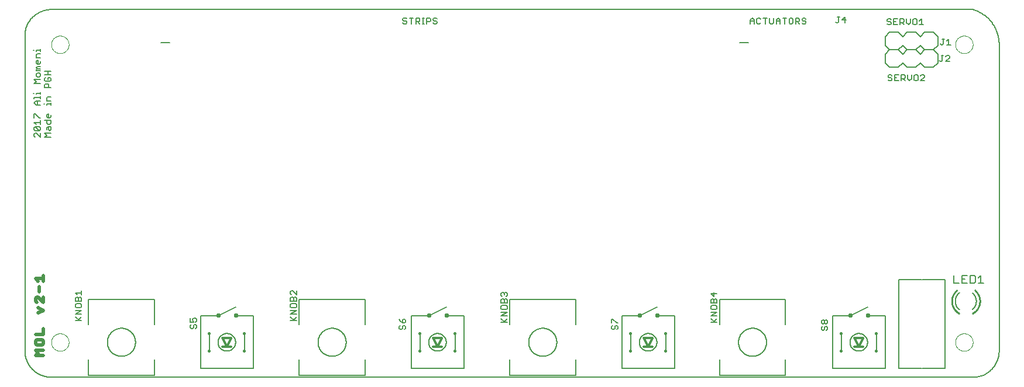
<source format=gto>
G75*
%MOIN*%
%OFA0B0*%
%FSLAX25Y25*%
%IPPOS*%
%LPD*%
%AMOC8*
5,1,8,0,0,1.08239X$1,22.5*
%
%ADD10C,0.00000*%
%ADD11C,0.00600*%
%ADD12C,0.02000*%
%ADD13C,0.00800*%
%ADD14C,0.01200*%
%ADD15C,0.00500*%
%ADD16C,0.01300*%
%ADD17C,0.01000*%
D10*
X0019000Y0021300D02*
X0019002Y0021441D01*
X0019008Y0021582D01*
X0019018Y0021722D01*
X0019032Y0021862D01*
X0019050Y0022002D01*
X0019071Y0022141D01*
X0019097Y0022280D01*
X0019126Y0022418D01*
X0019160Y0022554D01*
X0019197Y0022690D01*
X0019238Y0022825D01*
X0019283Y0022959D01*
X0019332Y0023091D01*
X0019384Y0023222D01*
X0019440Y0023351D01*
X0019500Y0023478D01*
X0019563Y0023604D01*
X0019629Y0023728D01*
X0019700Y0023851D01*
X0019773Y0023971D01*
X0019850Y0024089D01*
X0019930Y0024205D01*
X0020014Y0024318D01*
X0020100Y0024429D01*
X0020190Y0024538D01*
X0020283Y0024644D01*
X0020378Y0024747D01*
X0020477Y0024848D01*
X0020578Y0024946D01*
X0020682Y0025041D01*
X0020789Y0025133D01*
X0020898Y0025222D01*
X0021010Y0025307D01*
X0021124Y0025390D01*
X0021240Y0025470D01*
X0021359Y0025546D01*
X0021480Y0025618D01*
X0021602Y0025688D01*
X0021727Y0025753D01*
X0021853Y0025816D01*
X0021981Y0025874D01*
X0022111Y0025929D01*
X0022242Y0025981D01*
X0022375Y0026028D01*
X0022509Y0026072D01*
X0022644Y0026113D01*
X0022780Y0026149D01*
X0022917Y0026181D01*
X0023055Y0026210D01*
X0023193Y0026235D01*
X0023333Y0026255D01*
X0023473Y0026272D01*
X0023613Y0026285D01*
X0023754Y0026294D01*
X0023894Y0026299D01*
X0024035Y0026300D01*
X0024176Y0026297D01*
X0024317Y0026290D01*
X0024457Y0026279D01*
X0024597Y0026264D01*
X0024737Y0026245D01*
X0024876Y0026223D01*
X0025014Y0026196D01*
X0025152Y0026166D01*
X0025288Y0026131D01*
X0025424Y0026093D01*
X0025558Y0026051D01*
X0025692Y0026005D01*
X0025824Y0025956D01*
X0025954Y0025902D01*
X0026083Y0025845D01*
X0026210Y0025785D01*
X0026336Y0025721D01*
X0026459Y0025653D01*
X0026581Y0025582D01*
X0026701Y0025508D01*
X0026818Y0025430D01*
X0026933Y0025349D01*
X0027046Y0025265D01*
X0027157Y0025178D01*
X0027265Y0025087D01*
X0027370Y0024994D01*
X0027473Y0024897D01*
X0027573Y0024798D01*
X0027670Y0024696D01*
X0027764Y0024591D01*
X0027855Y0024484D01*
X0027943Y0024374D01*
X0028028Y0024262D01*
X0028110Y0024147D01*
X0028189Y0024030D01*
X0028264Y0023911D01*
X0028336Y0023790D01*
X0028404Y0023667D01*
X0028469Y0023542D01*
X0028531Y0023415D01*
X0028588Y0023286D01*
X0028643Y0023156D01*
X0028693Y0023025D01*
X0028740Y0022892D01*
X0028783Y0022758D01*
X0028822Y0022622D01*
X0028857Y0022486D01*
X0028889Y0022349D01*
X0028916Y0022211D01*
X0028940Y0022072D01*
X0028960Y0021932D01*
X0028976Y0021792D01*
X0028988Y0021652D01*
X0028996Y0021511D01*
X0029000Y0021370D01*
X0029000Y0021230D01*
X0028996Y0021089D01*
X0028988Y0020948D01*
X0028976Y0020808D01*
X0028960Y0020668D01*
X0028940Y0020528D01*
X0028916Y0020389D01*
X0028889Y0020251D01*
X0028857Y0020114D01*
X0028822Y0019978D01*
X0028783Y0019842D01*
X0028740Y0019708D01*
X0028693Y0019575D01*
X0028643Y0019444D01*
X0028588Y0019314D01*
X0028531Y0019185D01*
X0028469Y0019058D01*
X0028404Y0018933D01*
X0028336Y0018810D01*
X0028264Y0018689D01*
X0028189Y0018570D01*
X0028110Y0018453D01*
X0028028Y0018338D01*
X0027943Y0018226D01*
X0027855Y0018116D01*
X0027764Y0018009D01*
X0027670Y0017904D01*
X0027573Y0017802D01*
X0027473Y0017703D01*
X0027370Y0017606D01*
X0027265Y0017513D01*
X0027157Y0017422D01*
X0027046Y0017335D01*
X0026933Y0017251D01*
X0026818Y0017170D01*
X0026701Y0017092D01*
X0026581Y0017018D01*
X0026459Y0016947D01*
X0026336Y0016879D01*
X0026210Y0016815D01*
X0026083Y0016755D01*
X0025954Y0016698D01*
X0025824Y0016644D01*
X0025692Y0016595D01*
X0025558Y0016549D01*
X0025424Y0016507D01*
X0025288Y0016469D01*
X0025152Y0016434D01*
X0025014Y0016404D01*
X0024876Y0016377D01*
X0024737Y0016355D01*
X0024597Y0016336D01*
X0024457Y0016321D01*
X0024317Y0016310D01*
X0024176Y0016303D01*
X0024035Y0016300D01*
X0023894Y0016301D01*
X0023754Y0016306D01*
X0023613Y0016315D01*
X0023473Y0016328D01*
X0023333Y0016345D01*
X0023193Y0016365D01*
X0023055Y0016390D01*
X0022917Y0016419D01*
X0022780Y0016451D01*
X0022644Y0016487D01*
X0022509Y0016528D01*
X0022375Y0016572D01*
X0022242Y0016619D01*
X0022111Y0016671D01*
X0021981Y0016726D01*
X0021853Y0016784D01*
X0021727Y0016847D01*
X0021602Y0016912D01*
X0021480Y0016982D01*
X0021359Y0017054D01*
X0021240Y0017130D01*
X0021124Y0017210D01*
X0021010Y0017293D01*
X0020898Y0017378D01*
X0020789Y0017467D01*
X0020682Y0017559D01*
X0020578Y0017654D01*
X0020477Y0017752D01*
X0020378Y0017853D01*
X0020283Y0017956D01*
X0020190Y0018062D01*
X0020100Y0018171D01*
X0020014Y0018282D01*
X0019930Y0018395D01*
X0019850Y0018511D01*
X0019773Y0018629D01*
X0019700Y0018749D01*
X0019629Y0018872D01*
X0019563Y0018996D01*
X0019500Y0019122D01*
X0019440Y0019249D01*
X0019384Y0019378D01*
X0019332Y0019509D01*
X0019283Y0019641D01*
X0019238Y0019775D01*
X0019197Y0019910D01*
X0019160Y0020046D01*
X0019126Y0020182D01*
X0019097Y0020320D01*
X0019071Y0020459D01*
X0019050Y0020598D01*
X0019032Y0020738D01*
X0019018Y0020878D01*
X0019008Y0021018D01*
X0019002Y0021159D01*
X0019000Y0021300D01*
X0019000Y0191300D02*
X0019002Y0191441D01*
X0019008Y0191582D01*
X0019018Y0191722D01*
X0019032Y0191862D01*
X0019050Y0192002D01*
X0019071Y0192141D01*
X0019097Y0192280D01*
X0019126Y0192418D01*
X0019160Y0192554D01*
X0019197Y0192690D01*
X0019238Y0192825D01*
X0019283Y0192959D01*
X0019332Y0193091D01*
X0019384Y0193222D01*
X0019440Y0193351D01*
X0019500Y0193478D01*
X0019563Y0193604D01*
X0019629Y0193728D01*
X0019700Y0193851D01*
X0019773Y0193971D01*
X0019850Y0194089D01*
X0019930Y0194205D01*
X0020014Y0194318D01*
X0020100Y0194429D01*
X0020190Y0194538D01*
X0020283Y0194644D01*
X0020378Y0194747D01*
X0020477Y0194848D01*
X0020578Y0194946D01*
X0020682Y0195041D01*
X0020789Y0195133D01*
X0020898Y0195222D01*
X0021010Y0195307D01*
X0021124Y0195390D01*
X0021240Y0195470D01*
X0021359Y0195546D01*
X0021480Y0195618D01*
X0021602Y0195688D01*
X0021727Y0195753D01*
X0021853Y0195816D01*
X0021981Y0195874D01*
X0022111Y0195929D01*
X0022242Y0195981D01*
X0022375Y0196028D01*
X0022509Y0196072D01*
X0022644Y0196113D01*
X0022780Y0196149D01*
X0022917Y0196181D01*
X0023055Y0196210D01*
X0023193Y0196235D01*
X0023333Y0196255D01*
X0023473Y0196272D01*
X0023613Y0196285D01*
X0023754Y0196294D01*
X0023894Y0196299D01*
X0024035Y0196300D01*
X0024176Y0196297D01*
X0024317Y0196290D01*
X0024457Y0196279D01*
X0024597Y0196264D01*
X0024737Y0196245D01*
X0024876Y0196223D01*
X0025014Y0196196D01*
X0025152Y0196166D01*
X0025288Y0196131D01*
X0025424Y0196093D01*
X0025558Y0196051D01*
X0025692Y0196005D01*
X0025824Y0195956D01*
X0025954Y0195902D01*
X0026083Y0195845D01*
X0026210Y0195785D01*
X0026336Y0195721D01*
X0026459Y0195653D01*
X0026581Y0195582D01*
X0026701Y0195508D01*
X0026818Y0195430D01*
X0026933Y0195349D01*
X0027046Y0195265D01*
X0027157Y0195178D01*
X0027265Y0195087D01*
X0027370Y0194994D01*
X0027473Y0194897D01*
X0027573Y0194798D01*
X0027670Y0194696D01*
X0027764Y0194591D01*
X0027855Y0194484D01*
X0027943Y0194374D01*
X0028028Y0194262D01*
X0028110Y0194147D01*
X0028189Y0194030D01*
X0028264Y0193911D01*
X0028336Y0193790D01*
X0028404Y0193667D01*
X0028469Y0193542D01*
X0028531Y0193415D01*
X0028588Y0193286D01*
X0028643Y0193156D01*
X0028693Y0193025D01*
X0028740Y0192892D01*
X0028783Y0192758D01*
X0028822Y0192622D01*
X0028857Y0192486D01*
X0028889Y0192349D01*
X0028916Y0192211D01*
X0028940Y0192072D01*
X0028960Y0191932D01*
X0028976Y0191792D01*
X0028988Y0191652D01*
X0028996Y0191511D01*
X0029000Y0191370D01*
X0029000Y0191230D01*
X0028996Y0191089D01*
X0028988Y0190948D01*
X0028976Y0190808D01*
X0028960Y0190668D01*
X0028940Y0190528D01*
X0028916Y0190389D01*
X0028889Y0190251D01*
X0028857Y0190114D01*
X0028822Y0189978D01*
X0028783Y0189842D01*
X0028740Y0189708D01*
X0028693Y0189575D01*
X0028643Y0189444D01*
X0028588Y0189314D01*
X0028531Y0189185D01*
X0028469Y0189058D01*
X0028404Y0188933D01*
X0028336Y0188810D01*
X0028264Y0188689D01*
X0028189Y0188570D01*
X0028110Y0188453D01*
X0028028Y0188338D01*
X0027943Y0188226D01*
X0027855Y0188116D01*
X0027764Y0188009D01*
X0027670Y0187904D01*
X0027573Y0187802D01*
X0027473Y0187703D01*
X0027370Y0187606D01*
X0027265Y0187513D01*
X0027157Y0187422D01*
X0027046Y0187335D01*
X0026933Y0187251D01*
X0026818Y0187170D01*
X0026701Y0187092D01*
X0026581Y0187018D01*
X0026459Y0186947D01*
X0026336Y0186879D01*
X0026210Y0186815D01*
X0026083Y0186755D01*
X0025954Y0186698D01*
X0025824Y0186644D01*
X0025692Y0186595D01*
X0025558Y0186549D01*
X0025424Y0186507D01*
X0025288Y0186469D01*
X0025152Y0186434D01*
X0025014Y0186404D01*
X0024876Y0186377D01*
X0024737Y0186355D01*
X0024597Y0186336D01*
X0024457Y0186321D01*
X0024317Y0186310D01*
X0024176Y0186303D01*
X0024035Y0186300D01*
X0023894Y0186301D01*
X0023754Y0186306D01*
X0023613Y0186315D01*
X0023473Y0186328D01*
X0023333Y0186345D01*
X0023193Y0186365D01*
X0023055Y0186390D01*
X0022917Y0186419D01*
X0022780Y0186451D01*
X0022644Y0186487D01*
X0022509Y0186528D01*
X0022375Y0186572D01*
X0022242Y0186619D01*
X0022111Y0186671D01*
X0021981Y0186726D01*
X0021853Y0186784D01*
X0021727Y0186847D01*
X0021602Y0186912D01*
X0021480Y0186982D01*
X0021359Y0187054D01*
X0021240Y0187130D01*
X0021124Y0187210D01*
X0021010Y0187293D01*
X0020898Y0187378D01*
X0020789Y0187467D01*
X0020682Y0187559D01*
X0020578Y0187654D01*
X0020477Y0187752D01*
X0020378Y0187853D01*
X0020283Y0187956D01*
X0020190Y0188062D01*
X0020100Y0188171D01*
X0020014Y0188282D01*
X0019930Y0188395D01*
X0019850Y0188511D01*
X0019773Y0188629D01*
X0019700Y0188749D01*
X0019629Y0188872D01*
X0019563Y0188996D01*
X0019500Y0189122D01*
X0019440Y0189249D01*
X0019384Y0189378D01*
X0019332Y0189509D01*
X0019283Y0189641D01*
X0019238Y0189775D01*
X0019197Y0189910D01*
X0019160Y0190046D01*
X0019126Y0190182D01*
X0019097Y0190320D01*
X0019071Y0190459D01*
X0019050Y0190598D01*
X0019032Y0190738D01*
X0019018Y0190878D01*
X0019008Y0191018D01*
X0019002Y0191159D01*
X0019000Y0191300D01*
X0534000Y0191300D02*
X0534002Y0191441D01*
X0534008Y0191582D01*
X0534018Y0191722D01*
X0534032Y0191862D01*
X0534050Y0192002D01*
X0534071Y0192141D01*
X0534097Y0192280D01*
X0534126Y0192418D01*
X0534160Y0192554D01*
X0534197Y0192690D01*
X0534238Y0192825D01*
X0534283Y0192959D01*
X0534332Y0193091D01*
X0534384Y0193222D01*
X0534440Y0193351D01*
X0534500Y0193478D01*
X0534563Y0193604D01*
X0534629Y0193728D01*
X0534700Y0193851D01*
X0534773Y0193971D01*
X0534850Y0194089D01*
X0534930Y0194205D01*
X0535014Y0194318D01*
X0535100Y0194429D01*
X0535190Y0194538D01*
X0535283Y0194644D01*
X0535378Y0194747D01*
X0535477Y0194848D01*
X0535578Y0194946D01*
X0535682Y0195041D01*
X0535789Y0195133D01*
X0535898Y0195222D01*
X0536010Y0195307D01*
X0536124Y0195390D01*
X0536240Y0195470D01*
X0536359Y0195546D01*
X0536480Y0195618D01*
X0536602Y0195688D01*
X0536727Y0195753D01*
X0536853Y0195816D01*
X0536981Y0195874D01*
X0537111Y0195929D01*
X0537242Y0195981D01*
X0537375Y0196028D01*
X0537509Y0196072D01*
X0537644Y0196113D01*
X0537780Y0196149D01*
X0537917Y0196181D01*
X0538055Y0196210D01*
X0538193Y0196235D01*
X0538333Y0196255D01*
X0538473Y0196272D01*
X0538613Y0196285D01*
X0538754Y0196294D01*
X0538894Y0196299D01*
X0539035Y0196300D01*
X0539176Y0196297D01*
X0539317Y0196290D01*
X0539457Y0196279D01*
X0539597Y0196264D01*
X0539737Y0196245D01*
X0539876Y0196223D01*
X0540014Y0196196D01*
X0540152Y0196166D01*
X0540288Y0196131D01*
X0540424Y0196093D01*
X0540558Y0196051D01*
X0540692Y0196005D01*
X0540824Y0195956D01*
X0540954Y0195902D01*
X0541083Y0195845D01*
X0541210Y0195785D01*
X0541336Y0195721D01*
X0541459Y0195653D01*
X0541581Y0195582D01*
X0541701Y0195508D01*
X0541818Y0195430D01*
X0541933Y0195349D01*
X0542046Y0195265D01*
X0542157Y0195178D01*
X0542265Y0195087D01*
X0542370Y0194994D01*
X0542473Y0194897D01*
X0542573Y0194798D01*
X0542670Y0194696D01*
X0542764Y0194591D01*
X0542855Y0194484D01*
X0542943Y0194374D01*
X0543028Y0194262D01*
X0543110Y0194147D01*
X0543189Y0194030D01*
X0543264Y0193911D01*
X0543336Y0193790D01*
X0543404Y0193667D01*
X0543469Y0193542D01*
X0543531Y0193415D01*
X0543588Y0193286D01*
X0543643Y0193156D01*
X0543693Y0193025D01*
X0543740Y0192892D01*
X0543783Y0192758D01*
X0543822Y0192622D01*
X0543857Y0192486D01*
X0543889Y0192349D01*
X0543916Y0192211D01*
X0543940Y0192072D01*
X0543960Y0191932D01*
X0543976Y0191792D01*
X0543988Y0191652D01*
X0543996Y0191511D01*
X0544000Y0191370D01*
X0544000Y0191230D01*
X0543996Y0191089D01*
X0543988Y0190948D01*
X0543976Y0190808D01*
X0543960Y0190668D01*
X0543940Y0190528D01*
X0543916Y0190389D01*
X0543889Y0190251D01*
X0543857Y0190114D01*
X0543822Y0189978D01*
X0543783Y0189842D01*
X0543740Y0189708D01*
X0543693Y0189575D01*
X0543643Y0189444D01*
X0543588Y0189314D01*
X0543531Y0189185D01*
X0543469Y0189058D01*
X0543404Y0188933D01*
X0543336Y0188810D01*
X0543264Y0188689D01*
X0543189Y0188570D01*
X0543110Y0188453D01*
X0543028Y0188338D01*
X0542943Y0188226D01*
X0542855Y0188116D01*
X0542764Y0188009D01*
X0542670Y0187904D01*
X0542573Y0187802D01*
X0542473Y0187703D01*
X0542370Y0187606D01*
X0542265Y0187513D01*
X0542157Y0187422D01*
X0542046Y0187335D01*
X0541933Y0187251D01*
X0541818Y0187170D01*
X0541701Y0187092D01*
X0541581Y0187018D01*
X0541459Y0186947D01*
X0541336Y0186879D01*
X0541210Y0186815D01*
X0541083Y0186755D01*
X0540954Y0186698D01*
X0540824Y0186644D01*
X0540692Y0186595D01*
X0540558Y0186549D01*
X0540424Y0186507D01*
X0540288Y0186469D01*
X0540152Y0186434D01*
X0540014Y0186404D01*
X0539876Y0186377D01*
X0539737Y0186355D01*
X0539597Y0186336D01*
X0539457Y0186321D01*
X0539317Y0186310D01*
X0539176Y0186303D01*
X0539035Y0186300D01*
X0538894Y0186301D01*
X0538754Y0186306D01*
X0538613Y0186315D01*
X0538473Y0186328D01*
X0538333Y0186345D01*
X0538193Y0186365D01*
X0538055Y0186390D01*
X0537917Y0186419D01*
X0537780Y0186451D01*
X0537644Y0186487D01*
X0537509Y0186528D01*
X0537375Y0186572D01*
X0537242Y0186619D01*
X0537111Y0186671D01*
X0536981Y0186726D01*
X0536853Y0186784D01*
X0536727Y0186847D01*
X0536602Y0186912D01*
X0536480Y0186982D01*
X0536359Y0187054D01*
X0536240Y0187130D01*
X0536124Y0187210D01*
X0536010Y0187293D01*
X0535898Y0187378D01*
X0535789Y0187467D01*
X0535682Y0187559D01*
X0535578Y0187654D01*
X0535477Y0187752D01*
X0535378Y0187853D01*
X0535283Y0187956D01*
X0535190Y0188062D01*
X0535100Y0188171D01*
X0535014Y0188282D01*
X0534930Y0188395D01*
X0534850Y0188511D01*
X0534773Y0188629D01*
X0534700Y0188749D01*
X0534629Y0188872D01*
X0534563Y0188996D01*
X0534500Y0189122D01*
X0534440Y0189249D01*
X0534384Y0189378D01*
X0534332Y0189509D01*
X0534283Y0189641D01*
X0534238Y0189775D01*
X0534197Y0189910D01*
X0534160Y0190046D01*
X0534126Y0190182D01*
X0534097Y0190320D01*
X0534071Y0190459D01*
X0534050Y0190598D01*
X0534032Y0190738D01*
X0534018Y0190878D01*
X0534008Y0191018D01*
X0534002Y0191159D01*
X0534000Y0191300D01*
X0534000Y0021300D02*
X0534002Y0021441D01*
X0534008Y0021582D01*
X0534018Y0021722D01*
X0534032Y0021862D01*
X0534050Y0022002D01*
X0534071Y0022141D01*
X0534097Y0022280D01*
X0534126Y0022418D01*
X0534160Y0022554D01*
X0534197Y0022690D01*
X0534238Y0022825D01*
X0534283Y0022959D01*
X0534332Y0023091D01*
X0534384Y0023222D01*
X0534440Y0023351D01*
X0534500Y0023478D01*
X0534563Y0023604D01*
X0534629Y0023728D01*
X0534700Y0023851D01*
X0534773Y0023971D01*
X0534850Y0024089D01*
X0534930Y0024205D01*
X0535014Y0024318D01*
X0535100Y0024429D01*
X0535190Y0024538D01*
X0535283Y0024644D01*
X0535378Y0024747D01*
X0535477Y0024848D01*
X0535578Y0024946D01*
X0535682Y0025041D01*
X0535789Y0025133D01*
X0535898Y0025222D01*
X0536010Y0025307D01*
X0536124Y0025390D01*
X0536240Y0025470D01*
X0536359Y0025546D01*
X0536480Y0025618D01*
X0536602Y0025688D01*
X0536727Y0025753D01*
X0536853Y0025816D01*
X0536981Y0025874D01*
X0537111Y0025929D01*
X0537242Y0025981D01*
X0537375Y0026028D01*
X0537509Y0026072D01*
X0537644Y0026113D01*
X0537780Y0026149D01*
X0537917Y0026181D01*
X0538055Y0026210D01*
X0538193Y0026235D01*
X0538333Y0026255D01*
X0538473Y0026272D01*
X0538613Y0026285D01*
X0538754Y0026294D01*
X0538894Y0026299D01*
X0539035Y0026300D01*
X0539176Y0026297D01*
X0539317Y0026290D01*
X0539457Y0026279D01*
X0539597Y0026264D01*
X0539737Y0026245D01*
X0539876Y0026223D01*
X0540014Y0026196D01*
X0540152Y0026166D01*
X0540288Y0026131D01*
X0540424Y0026093D01*
X0540558Y0026051D01*
X0540692Y0026005D01*
X0540824Y0025956D01*
X0540954Y0025902D01*
X0541083Y0025845D01*
X0541210Y0025785D01*
X0541336Y0025721D01*
X0541459Y0025653D01*
X0541581Y0025582D01*
X0541701Y0025508D01*
X0541818Y0025430D01*
X0541933Y0025349D01*
X0542046Y0025265D01*
X0542157Y0025178D01*
X0542265Y0025087D01*
X0542370Y0024994D01*
X0542473Y0024897D01*
X0542573Y0024798D01*
X0542670Y0024696D01*
X0542764Y0024591D01*
X0542855Y0024484D01*
X0542943Y0024374D01*
X0543028Y0024262D01*
X0543110Y0024147D01*
X0543189Y0024030D01*
X0543264Y0023911D01*
X0543336Y0023790D01*
X0543404Y0023667D01*
X0543469Y0023542D01*
X0543531Y0023415D01*
X0543588Y0023286D01*
X0543643Y0023156D01*
X0543693Y0023025D01*
X0543740Y0022892D01*
X0543783Y0022758D01*
X0543822Y0022622D01*
X0543857Y0022486D01*
X0543889Y0022349D01*
X0543916Y0022211D01*
X0543940Y0022072D01*
X0543960Y0021932D01*
X0543976Y0021792D01*
X0543988Y0021652D01*
X0543996Y0021511D01*
X0544000Y0021370D01*
X0544000Y0021230D01*
X0543996Y0021089D01*
X0543988Y0020948D01*
X0543976Y0020808D01*
X0543960Y0020668D01*
X0543940Y0020528D01*
X0543916Y0020389D01*
X0543889Y0020251D01*
X0543857Y0020114D01*
X0543822Y0019978D01*
X0543783Y0019842D01*
X0543740Y0019708D01*
X0543693Y0019575D01*
X0543643Y0019444D01*
X0543588Y0019314D01*
X0543531Y0019185D01*
X0543469Y0019058D01*
X0543404Y0018933D01*
X0543336Y0018810D01*
X0543264Y0018689D01*
X0543189Y0018570D01*
X0543110Y0018453D01*
X0543028Y0018338D01*
X0542943Y0018226D01*
X0542855Y0018116D01*
X0542764Y0018009D01*
X0542670Y0017904D01*
X0542573Y0017802D01*
X0542473Y0017703D01*
X0542370Y0017606D01*
X0542265Y0017513D01*
X0542157Y0017422D01*
X0542046Y0017335D01*
X0541933Y0017251D01*
X0541818Y0017170D01*
X0541701Y0017092D01*
X0541581Y0017018D01*
X0541459Y0016947D01*
X0541336Y0016879D01*
X0541210Y0016815D01*
X0541083Y0016755D01*
X0540954Y0016698D01*
X0540824Y0016644D01*
X0540692Y0016595D01*
X0540558Y0016549D01*
X0540424Y0016507D01*
X0540288Y0016469D01*
X0540152Y0016434D01*
X0540014Y0016404D01*
X0539876Y0016377D01*
X0539737Y0016355D01*
X0539597Y0016336D01*
X0539457Y0016321D01*
X0539317Y0016310D01*
X0539176Y0016303D01*
X0539035Y0016300D01*
X0538894Y0016301D01*
X0538754Y0016306D01*
X0538613Y0016315D01*
X0538473Y0016328D01*
X0538333Y0016345D01*
X0538193Y0016365D01*
X0538055Y0016390D01*
X0537917Y0016419D01*
X0537780Y0016451D01*
X0537644Y0016487D01*
X0537509Y0016528D01*
X0537375Y0016572D01*
X0537242Y0016619D01*
X0537111Y0016671D01*
X0536981Y0016726D01*
X0536853Y0016784D01*
X0536727Y0016847D01*
X0536602Y0016912D01*
X0536480Y0016982D01*
X0536359Y0017054D01*
X0536240Y0017130D01*
X0536124Y0017210D01*
X0536010Y0017293D01*
X0535898Y0017378D01*
X0535789Y0017467D01*
X0535682Y0017559D01*
X0535578Y0017654D01*
X0535477Y0017752D01*
X0535378Y0017853D01*
X0535283Y0017956D01*
X0535190Y0018062D01*
X0535100Y0018171D01*
X0535014Y0018282D01*
X0534930Y0018395D01*
X0534850Y0018511D01*
X0534773Y0018629D01*
X0534700Y0018749D01*
X0534629Y0018872D01*
X0534563Y0018996D01*
X0534500Y0019122D01*
X0534440Y0019249D01*
X0534384Y0019378D01*
X0534332Y0019509D01*
X0534283Y0019641D01*
X0534238Y0019775D01*
X0534197Y0019910D01*
X0534160Y0020046D01*
X0534126Y0020182D01*
X0534097Y0020320D01*
X0534071Y0020459D01*
X0534050Y0020598D01*
X0534032Y0020738D01*
X0534018Y0020878D01*
X0534008Y0021018D01*
X0534002Y0021159D01*
X0534000Y0021300D01*
D11*
X0544000Y0001300D02*
X0019000Y0001300D01*
X0018638Y0001304D01*
X0018275Y0001318D01*
X0017913Y0001339D01*
X0017552Y0001370D01*
X0017192Y0001409D01*
X0016833Y0001457D01*
X0016475Y0001514D01*
X0016118Y0001579D01*
X0015763Y0001653D01*
X0015410Y0001736D01*
X0015059Y0001827D01*
X0014711Y0001926D01*
X0014365Y0002034D01*
X0014021Y0002150D01*
X0013681Y0002275D01*
X0013344Y0002407D01*
X0013010Y0002548D01*
X0012679Y0002697D01*
X0012352Y0002854D01*
X0012029Y0003018D01*
X0011710Y0003190D01*
X0011396Y0003370D01*
X0011085Y0003558D01*
X0010780Y0003753D01*
X0010479Y0003955D01*
X0010183Y0004165D01*
X0009893Y0004381D01*
X0009607Y0004605D01*
X0009327Y0004835D01*
X0009053Y0005072D01*
X0008785Y0005316D01*
X0008522Y0005566D01*
X0008266Y0005822D01*
X0008016Y0006085D01*
X0007772Y0006353D01*
X0007535Y0006627D01*
X0007305Y0006907D01*
X0007081Y0007193D01*
X0006865Y0007483D01*
X0006655Y0007779D01*
X0006453Y0008080D01*
X0006258Y0008385D01*
X0006070Y0008696D01*
X0005890Y0009010D01*
X0005718Y0009329D01*
X0005554Y0009652D01*
X0005397Y0009979D01*
X0005248Y0010310D01*
X0005107Y0010644D01*
X0004975Y0010981D01*
X0004850Y0011321D01*
X0004734Y0011665D01*
X0004626Y0012011D01*
X0004527Y0012359D01*
X0004436Y0012710D01*
X0004353Y0013063D01*
X0004279Y0013418D01*
X0004214Y0013775D01*
X0004157Y0014133D01*
X0004109Y0014492D01*
X0004070Y0014852D01*
X0004039Y0015213D01*
X0004018Y0015575D01*
X0004004Y0015938D01*
X0004000Y0016300D01*
X0004000Y0196300D01*
X0004004Y0196662D01*
X0004018Y0197025D01*
X0004039Y0197387D01*
X0004070Y0197748D01*
X0004109Y0198108D01*
X0004157Y0198467D01*
X0004214Y0198825D01*
X0004279Y0199182D01*
X0004353Y0199537D01*
X0004436Y0199890D01*
X0004527Y0200241D01*
X0004626Y0200589D01*
X0004734Y0200935D01*
X0004850Y0201279D01*
X0004975Y0201619D01*
X0005107Y0201956D01*
X0005248Y0202290D01*
X0005397Y0202621D01*
X0005554Y0202948D01*
X0005718Y0203271D01*
X0005890Y0203590D01*
X0006070Y0203904D01*
X0006258Y0204215D01*
X0006453Y0204520D01*
X0006655Y0204821D01*
X0006865Y0205117D01*
X0007081Y0205407D01*
X0007305Y0205693D01*
X0007535Y0205973D01*
X0007772Y0206247D01*
X0008016Y0206515D01*
X0008266Y0206778D01*
X0008522Y0207034D01*
X0008785Y0207284D01*
X0009053Y0207528D01*
X0009327Y0207765D01*
X0009607Y0207995D01*
X0009893Y0208219D01*
X0010183Y0208435D01*
X0010479Y0208645D01*
X0010780Y0208847D01*
X0011085Y0209042D01*
X0011396Y0209230D01*
X0011710Y0209410D01*
X0012029Y0209582D01*
X0012352Y0209746D01*
X0012679Y0209903D01*
X0013010Y0210052D01*
X0013344Y0210193D01*
X0013681Y0210325D01*
X0014021Y0210450D01*
X0014365Y0210566D01*
X0014711Y0210674D01*
X0015059Y0210773D01*
X0015410Y0210864D01*
X0015763Y0210947D01*
X0016118Y0211021D01*
X0016475Y0211086D01*
X0016833Y0211143D01*
X0017192Y0211191D01*
X0017552Y0211230D01*
X0017913Y0211261D01*
X0018275Y0211282D01*
X0018638Y0211296D01*
X0019000Y0211300D01*
X0544000Y0211300D01*
X0515885Y0202600D02*
X0513617Y0202600D01*
X0514751Y0202600D02*
X0514751Y0206003D01*
X0513617Y0204869D01*
X0512202Y0205436D02*
X0512202Y0203167D01*
X0511635Y0202600D01*
X0510501Y0202600D01*
X0509934Y0203167D01*
X0509934Y0205436D01*
X0510501Y0206003D01*
X0511635Y0206003D01*
X0512202Y0205436D01*
X0508519Y0206003D02*
X0508519Y0203734D01*
X0507385Y0202600D01*
X0506251Y0203734D01*
X0506251Y0206003D01*
X0504836Y0205436D02*
X0504836Y0204301D01*
X0504269Y0203734D01*
X0502567Y0203734D01*
X0502567Y0202600D02*
X0502567Y0206003D01*
X0504269Y0206003D01*
X0504836Y0205436D01*
X0503702Y0203734D02*
X0504836Y0202600D01*
X0501153Y0202600D02*
X0498884Y0202600D01*
X0498884Y0206003D01*
X0501153Y0206003D01*
X0500019Y0204301D02*
X0498884Y0204301D01*
X0497470Y0203734D02*
X0496903Y0204301D01*
X0495768Y0204301D01*
X0495201Y0204869D01*
X0495201Y0205436D01*
X0495768Y0206003D01*
X0496903Y0206003D01*
X0497470Y0205436D01*
X0497470Y0203734D02*
X0497470Y0203167D01*
X0496903Y0202600D01*
X0495768Y0202600D01*
X0495201Y0203167D01*
X0471752Y0205301D02*
X0469483Y0205301D01*
X0471185Y0207003D01*
X0471185Y0203600D01*
X0467501Y0204167D02*
X0467501Y0207003D01*
X0466934Y0207003D02*
X0468069Y0207003D01*
X0467501Y0204167D02*
X0466934Y0203600D01*
X0466367Y0203600D01*
X0465800Y0204167D01*
X0525434Y0191667D02*
X0526001Y0191100D01*
X0526568Y0191100D01*
X0527135Y0191667D01*
X0527135Y0194503D01*
X0526568Y0194503D02*
X0527702Y0194503D01*
X0529117Y0193369D02*
X0530251Y0194503D01*
X0530251Y0191100D01*
X0529117Y0191100D02*
X0531385Y0191100D01*
X0544000Y0211300D02*
X0544484Y0211152D01*
X0544964Y0210993D01*
X0545440Y0210822D01*
X0545912Y0210640D01*
X0546380Y0210446D01*
X0546842Y0210241D01*
X0547299Y0210025D01*
X0547751Y0209797D01*
X0548198Y0209559D01*
X0548638Y0209310D01*
X0549072Y0209051D01*
X0549500Y0208781D01*
X0549921Y0208500D01*
X0550335Y0208210D01*
X0550742Y0207909D01*
X0551142Y0207599D01*
X0551534Y0207279D01*
X0551918Y0206950D01*
X0552294Y0206612D01*
X0552661Y0206264D01*
X0553021Y0205908D01*
X0553371Y0205543D01*
X0553712Y0205169D01*
X0554044Y0204788D01*
X0554367Y0204398D01*
X0554680Y0204001D01*
X0554984Y0203597D01*
X0555278Y0203185D01*
X0555561Y0202766D01*
X0555834Y0202340D01*
X0556097Y0201908D01*
X0556349Y0201469D01*
X0556591Y0201025D01*
X0556822Y0200574D01*
X0557041Y0200119D01*
X0557250Y0199658D01*
X0557447Y0199192D01*
X0557633Y0198722D01*
X0557808Y0198247D01*
X0557971Y0197768D01*
X0558122Y0197285D01*
X0558261Y0196799D01*
X0558389Y0196309D01*
X0558504Y0195817D01*
X0558608Y0195322D01*
X0558700Y0194824D01*
X0558779Y0194325D01*
X0558847Y0193823D01*
X0558902Y0193320D01*
X0558945Y0192816D01*
X0558975Y0192311D01*
X0558994Y0191806D01*
X0559000Y0191300D01*
X0559000Y0016300D01*
X0558996Y0015938D01*
X0558982Y0015575D01*
X0558961Y0015213D01*
X0558930Y0014852D01*
X0558891Y0014492D01*
X0558843Y0014133D01*
X0558786Y0013775D01*
X0558721Y0013418D01*
X0558647Y0013063D01*
X0558564Y0012710D01*
X0558473Y0012359D01*
X0558374Y0012011D01*
X0558266Y0011665D01*
X0558150Y0011321D01*
X0558025Y0010981D01*
X0557893Y0010644D01*
X0557752Y0010310D01*
X0557603Y0009979D01*
X0557446Y0009652D01*
X0557282Y0009329D01*
X0557110Y0009010D01*
X0556930Y0008696D01*
X0556742Y0008385D01*
X0556547Y0008080D01*
X0556345Y0007779D01*
X0556135Y0007483D01*
X0555919Y0007193D01*
X0555695Y0006907D01*
X0555465Y0006627D01*
X0555228Y0006353D01*
X0554984Y0006085D01*
X0554734Y0005822D01*
X0554478Y0005566D01*
X0554215Y0005316D01*
X0553947Y0005072D01*
X0553673Y0004835D01*
X0553393Y0004605D01*
X0553107Y0004381D01*
X0552817Y0004165D01*
X0552521Y0003955D01*
X0552220Y0003753D01*
X0551915Y0003558D01*
X0551604Y0003370D01*
X0551290Y0003190D01*
X0550971Y0003018D01*
X0550648Y0002854D01*
X0550321Y0002697D01*
X0549990Y0002548D01*
X0549656Y0002407D01*
X0549319Y0002275D01*
X0548979Y0002150D01*
X0548635Y0002034D01*
X0548289Y0001926D01*
X0547941Y0001827D01*
X0547590Y0001736D01*
X0547237Y0001653D01*
X0546882Y0001579D01*
X0546525Y0001514D01*
X0546167Y0001457D01*
X0545808Y0001409D01*
X0545448Y0001370D01*
X0545087Y0001339D01*
X0544725Y0001318D01*
X0544362Y0001304D01*
X0544000Y0001300D01*
X0461200Y0028667D02*
X0460633Y0028100D01*
X0461200Y0028667D02*
X0461200Y0029801D01*
X0460633Y0030369D01*
X0460066Y0030369D01*
X0459499Y0029801D01*
X0459499Y0028667D01*
X0458931Y0028100D01*
X0458364Y0028100D01*
X0457797Y0028667D01*
X0457797Y0029801D01*
X0458364Y0030369D01*
X0458364Y0031783D02*
X0458931Y0031783D01*
X0459499Y0032350D01*
X0459499Y0033485D01*
X0460066Y0034052D01*
X0460633Y0034052D01*
X0461200Y0033485D01*
X0461200Y0032350D01*
X0460633Y0031783D01*
X0460066Y0031783D01*
X0459499Y0032350D01*
X0459499Y0033485D02*
X0458931Y0034052D01*
X0458364Y0034052D01*
X0457797Y0033485D01*
X0457797Y0032350D01*
X0458364Y0031783D01*
X0398200Y0032600D02*
X0394797Y0032600D01*
X0396499Y0033167D02*
X0398200Y0034869D01*
X0398200Y0036283D02*
X0394797Y0036283D01*
X0398200Y0038552D01*
X0394797Y0038552D01*
X0395364Y0039966D02*
X0397633Y0039966D01*
X0398200Y0040533D01*
X0398200Y0041668D01*
X0397633Y0042235D01*
X0395364Y0042235D01*
X0394797Y0041668D01*
X0394797Y0040533D01*
X0395364Y0039966D01*
X0394797Y0043649D02*
X0394797Y0045351D01*
X0395364Y0045918D01*
X0395931Y0045918D01*
X0396499Y0045351D01*
X0396499Y0043649D01*
X0398200Y0043649D02*
X0394797Y0043649D01*
X0396499Y0045351D02*
X0397066Y0045918D01*
X0397633Y0045918D01*
X0398200Y0045351D01*
X0398200Y0043649D01*
X0396499Y0047333D02*
X0396499Y0049601D01*
X0398200Y0049034D02*
X0394797Y0049034D01*
X0396499Y0047333D01*
X0394797Y0034869D02*
X0397066Y0032600D01*
X0341700Y0032283D02*
X0341133Y0032283D01*
X0338864Y0034552D01*
X0338297Y0034552D01*
X0338297Y0032283D01*
X0338864Y0030869D02*
X0338297Y0030301D01*
X0338297Y0029167D01*
X0338864Y0028600D01*
X0339431Y0028600D01*
X0339999Y0029167D01*
X0339999Y0030301D01*
X0340566Y0030869D01*
X0341133Y0030869D01*
X0341700Y0030301D01*
X0341700Y0029167D01*
X0341133Y0028600D01*
X0278700Y0032600D02*
X0275297Y0032600D01*
X0276999Y0033167D02*
X0278700Y0034869D01*
X0278700Y0036283D02*
X0275297Y0036283D01*
X0278700Y0038552D01*
X0275297Y0038552D01*
X0275864Y0039966D02*
X0278133Y0039966D01*
X0278700Y0040533D01*
X0278700Y0041668D01*
X0278133Y0042235D01*
X0275864Y0042235D01*
X0275297Y0041668D01*
X0275297Y0040533D01*
X0275864Y0039966D01*
X0275297Y0043649D02*
X0275297Y0045351D01*
X0275864Y0045918D01*
X0276431Y0045918D01*
X0276999Y0045351D01*
X0276999Y0043649D01*
X0278700Y0043649D02*
X0278700Y0045351D01*
X0278133Y0045918D01*
X0277566Y0045918D01*
X0276999Y0045351D01*
X0278133Y0047333D02*
X0278700Y0047900D01*
X0278700Y0049034D01*
X0278133Y0049601D01*
X0277566Y0049601D01*
X0276999Y0049034D01*
X0276999Y0048467D01*
X0276999Y0049034D02*
X0276431Y0049601D01*
X0275864Y0049601D01*
X0275297Y0049034D01*
X0275297Y0047900D01*
X0275864Y0047333D01*
X0275297Y0043649D02*
X0278700Y0043649D01*
X0275297Y0034869D02*
X0277566Y0032600D01*
X0220700Y0032850D02*
X0220700Y0033985D01*
X0220133Y0034552D01*
X0219566Y0034552D01*
X0218999Y0033985D01*
X0218999Y0032283D01*
X0220133Y0032283D01*
X0220700Y0032850D01*
X0218999Y0032283D02*
X0217864Y0033417D01*
X0217297Y0034552D01*
X0217864Y0030869D02*
X0217297Y0030301D01*
X0217297Y0029167D01*
X0217864Y0028600D01*
X0218431Y0028600D01*
X0218999Y0029167D01*
X0218999Y0030301D01*
X0219566Y0030869D01*
X0220133Y0030869D01*
X0220700Y0030301D01*
X0220700Y0029167D01*
X0220133Y0028600D01*
X0158700Y0033600D02*
X0155297Y0033600D01*
X0156999Y0034167D02*
X0158700Y0035869D01*
X0158700Y0037283D02*
X0155297Y0037283D01*
X0158700Y0039552D01*
X0155297Y0039552D01*
X0155864Y0040966D02*
X0155297Y0041533D01*
X0155297Y0042668D01*
X0155864Y0043235D01*
X0158133Y0043235D01*
X0158700Y0042668D01*
X0158700Y0041533D01*
X0158133Y0040966D01*
X0155864Y0040966D01*
X0155297Y0044649D02*
X0155297Y0046351D01*
X0155864Y0046918D01*
X0156431Y0046918D01*
X0156999Y0046351D01*
X0156999Y0044649D01*
X0158700Y0044649D02*
X0158700Y0046351D01*
X0158133Y0046918D01*
X0157566Y0046918D01*
X0156999Y0046351D01*
X0155864Y0048333D02*
X0155297Y0048900D01*
X0155297Y0050034D01*
X0155864Y0050601D01*
X0156431Y0050601D01*
X0158700Y0048333D01*
X0158700Y0050601D01*
X0158700Y0044649D02*
X0155297Y0044649D01*
X0155297Y0035869D02*
X0157566Y0033600D01*
X0101700Y0033350D02*
X0101133Y0032783D01*
X0101700Y0033350D02*
X0101700Y0034485D01*
X0101133Y0035052D01*
X0099999Y0035052D01*
X0099431Y0034485D01*
X0099431Y0033917D01*
X0099999Y0032783D01*
X0098297Y0032783D01*
X0098297Y0035052D01*
X0098864Y0031369D02*
X0098297Y0030801D01*
X0098297Y0029667D01*
X0098864Y0029100D01*
X0099431Y0029100D01*
X0099999Y0029667D01*
X0099999Y0030801D01*
X0100566Y0031369D01*
X0101133Y0031369D01*
X0101700Y0030801D01*
X0101700Y0029667D01*
X0101133Y0029100D01*
X0036200Y0033600D02*
X0032797Y0033600D01*
X0034499Y0034167D02*
X0036200Y0035869D01*
X0036200Y0037283D02*
X0032797Y0037283D01*
X0036200Y0039552D01*
X0032797Y0039552D01*
X0033364Y0040966D02*
X0035633Y0040966D01*
X0036200Y0041533D01*
X0036200Y0042668D01*
X0035633Y0043235D01*
X0033364Y0043235D01*
X0032797Y0042668D01*
X0032797Y0041533D01*
X0033364Y0040966D01*
X0032797Y0044649D02*
X0032797Y0046351D01*
X0033364Y0046918D01*
X0033931Y0046918D01*
X0034499Y0046351D01*
X0034499Y0044649D01*
X0036200Y0044649D02*
X0032797Y0044649D01*
X0034499Y0046351D02*
X0035066Y0046918D01*
X0035633Y0046918D01*
X0036200Y0046351D01*
X0036200Y0044649D01*
X0036200Y0048333D02*
X0036200Y0050601D01*
X0036200Y0049467D02*
X0032797Y0049467D01*
X0033931Y0048333D01*
X0032797Y0035869D02*
X0035066Y0033600D01*
X0018700Y0138353D02*
X0015297Y0138353D01*
X0016431Y0139487D01*
X0015297Y0140621D01*
X0018700Y0140621D01*
X0018133Y0142036D02*
X0017566Y0142603D01*
X0017566Y0144305D01*
X0016999Y0144305D02*
X0018700Y0144305D01*
X0018700Y0142603D01*
X0018133Y0142036D01*
X0016431Y0142603D02*
X0016431Y0143737D01*
X0016999Y0144305D01*
X0016999Y0145719D02*
X0016431Y0146286D01*
X0016431Y0147988D01*
X0015297Y0147988D02*
X0018700Y0147988D01*
X0018700Y0146286D01*
X0018133Y0145719D01*
X0016999Y0145719D01*
X0012700Y0145719D02*
X0012700Y0147988D01*
X0012700Y0146853D02*
X0009297Y0146853D01*
X0010431Y0145719D01*
X0009864Y0144305D02*
X0012133Y0142036D01*
X0012700Y0142603D01*
X0012700Y0143737D01*
X0012133Y0144305D01*
X0009864Y0144305D01*
X0009297Y0143737D01*
X0009297Y0142603D01*
X0009864Y0142036D01*
X0012133Y0142036D01*
X0012700Y0140621D02*
X0012700Y0138353D01*
X0010431Y0140621D01*
X0009864Y0140621D01*
X0009297Y0140054D01*
X0009297Y0138920D01*
X0009864Y0138353D01*
X0009297Y0149402D02*
X0009297Y0151671D01*
X0009864Y0151671D01*
X0012133Y0149402D01*
X0012700Y0149402D01*
X0016431Y0149969D02*
X0016431Y0151104D01*
X0016999Y0151671D01*
X0017566Y0151671D01*
X0017566Y0149402D01*
X0018133Y0149402D02*
X0016999Y0149402D01*
X0016431Y0149969D01*
X0018133Y0149402D02*
X0018700Y0149969D01*
X0018700Y0151104D01*
X0018700Y0156769D02*
X0018700Y0157903D01*
X0018700Y0157336D02*
X0016431Y0157336D01*
X0016431Y0156769D01*
X0015297Y0157336D02*
X0014730Y0157336D01*
X0012700Y0156769D02*
X0010431Y0156769D01*
X0009297Y0157903D01*
X0010431Y0159037D01*
X0012700Y0159037D01*
X0012700Y0160452D02*
X0012700Y0161586D01*
X0012700Y0161019D02*
X0009297Y0161019D01*
X0009297Y0160452D01*
X0010999Y0159037D02*
X0010999Y0156769D01*
X0016431Y0159224D02*
X0016431Y0160925D01*
X0016999Y0161493D01*
X0018700Y0161493D01*
X0018700Y0159224D02*
X0016431Y0159224D01*
X0012700Y0162907D02*
X0012700Y0164041D01*
X0012700Y0163474D02*
X0010431Y0163474D01*
X0010431Y0162907D01*
X0009297Y0163474D02*
X0008730Y0163474D01*
X0015297Y0166590D02*
X0015297Y0168292D01*
X0015864Y0168859D01*
X0016999Y0168859D01*
X0017566Y0168292D01*
X0017566Y0166590D01*
X0018700Y0166590D02*
X0015297Y0166590D01*
X0012700Y0169046D02*
X0009297Y0169046D01*
X0010431Y0170180D01*
X0009297Y0171314D01*
X0012700Y0171314D01*
X0012133Y0172729D02*
X0010999Y0172729D01*
X0010431Y0173296D01*
X0010431Y0174430D01*
X0010999Y0174997D01*
X0012133Y0174997D01*
X0012700Y0174430D01*
X0012700Y0173296D01*
X0012133Y0172729D01*
X0015297Y0171975D02*
X0015864Y0172542D01*
X0015297Y0171975D02*
X0015297Y0170841D01*
X0015864Y0170273D01*
X0018133Y0170273D01*
X0018700Y0170841D01*
X0018700Y0171975D01*
X0018133Y0172542D01*
X0016999Y0172542D01*
X0016999Y0171408D01*
X0016999Y0173957D02*
X0016999Y0176225D01*
X0018700Y0176225D02*
X0015297Y0176225D01*
X0015297Y0173957D02*
X0018700Y0173957D01*
X0012700Y0176412D02*
X0010431Y0176412D01*
X0010431Y0176979D01*
X0010999Y0177546D01*
X0010431Y0178113D01*
X0010999Y0178681D01*
X0012700Y0178681D01*
X0012700Y0177546D02*
X0010999Y0177546D01*
X0010999Y0180095D02*
X0010431Y0180662D01*
X0010431Y0181797D01*
X0010999Y0182364D01*
X0011566Y0182364D01*
X0011566Y0180095D01*
X0012133Y0180095D02*
X0010999Y0180095D01*
X0012133Y0180095D02*
X0012700Y0180662D01*
X0012700Y0181797D01*
X0012700Y0183778D02*
X0010431Y0183778D01*
X0010431Y0185480D01*
X0010999Y0186047D01*
X0012700Y0186047D01*
X0012700Y0187461D02*
X0012700Y0188596D01*
X0012700Y0188029D02*
X0010431Y0188029D01*
X0010431Y0187461D01*
X0009297Y0188029D02*
X0008730Y0188029D01*
X0219300Y0203667D02*
X0219867Y0203100D01*
X0221001Y0203100D01*
X0221569Y0203667D01*
X0221569Y0204234D01*
X0221001Y0204801D01*
X0219867Y0204801D01*
X0219300Y0205369D01*
X0219300Y0205936D01*
X0219867Y0206503D01*
X0221001Y0206503D01*
X0221569Y0205936D01*
X0222983Y0206503D02*
X0225252Y0206503D01*
X0224117Y0206503D02*
X0224117Y0203100D01*
X0226666Y0203100D02*
X0226666Y0206503D01*
X0228368Y0206503D01*
X0228935Y0205936D01*
X0228935Y0204801D01*
X0228368Y0204234D01*
X0226666Y0204234D01*
X0227801Y0204234D02*
X0228935Y0203100D01*
X0230349Y0203100D02*
X0231484Y0203100D01*
X0230917Y0203100D02*
X0230917Y0206503D01*
X0231484Y0206503D02*
X0230349Y0206503D01*
X0232805Y0206503D02*
X0234506Y0206503D01*
X0235073Y0205936D01*
X0235073Y0204801D01*
X0234506Y0204234D01*
X0232805Y0204234D01*
X0232805Y0203100D02*
X0232805Y0206503D01*
X0236488Y0205936D02*
X0236488Y0205369D01*
X0237055Y0204801D01*
X0238189Y0204801D01*
X0238757Y0204234D01*
X0238757Y0203667D01*
X0238189Y0203100D01*
X0237055Y0203100D01*
X0236488Y0203667D01*
X0236488Y0205936D02*
X0237055Y0206503D01*
X0238189Y0206503D01*
X0238757Y0205936D01*
X0495701Y0173436D02*
X0495701Y0172869D01*
X0496268Y0172301D01*
X0497403Y0172301D01*
X0497970Y0171734D01*
X0497970Y0171167D01*
X0497403Y0170600D01*
X0496268Y0170600D01*
X0495701Y0171167D01*
X0495701Y0173436D02*
X0496268Y0174003D01*
X0497403Y0174003D01*
X0497970Y0173436D01*
X0499384Y0174003D02*
X0499384Y0170600D01*
X0501653Y0170600D01*
X0503067Y0170600D02*
X0503067Y0174003D01*
X0504769Y0174003D01*
X0505336Y0173436D01*
X0505336Y0172301D01*
X0504769Y0171734D01*
X0503067Y0171734D01*
X0504202Y0171734D02*
X0505336Y0170600D01*
X0506751Y0171734D02*
X0507885Y0170600D01*
X0509019Y0171734D01*
X0509019Y0174003D01*
X0510434Y0173436D02*
X0510434Y0171167D01*
X0511001Y0170600D01*
X0512135Y0170600D01*
X0512702Y0171167D01*
X0512702Y0173436D01*
X0512135Y0174003D01*
X0511001Y0174003D01*
X0510434Y0173436D01*
X0514117Y0173436D02*
X0514684Y0174003D01*
X0515818Y0174003D01*
X0516385Y0173436D01*
X0516385Y0172869D01*
X0514117Y0170600D01*
X0516385Y0170600D01*
X0506751Y0171734D02*
X0506751Y0174003D01*
X0501653Y0174003D02*
X0499384Y0174003D01*
X0499384Y0172301D02*
X0500519Y0172301D01*
X0524934Y0182167D02*
X0525501Y0181600D01*
X0526068Y0181600D01*
X0526635Y0182167D01*
X0526635Y0185003D01*
X0526068Y0185003D02*
X0527202Y0185003D01*
X0528617Y0184436D02*
X0529184Y0185003D01*
X0530318Y0185003D01*
X0530885Y0184436D01*
X0530885Y0183869D01*
X0528617Y0181600D01*
X0530885Y0181600D01*
X0546000Y0044800D02*
X0545998Y0044648D01*
X0545992Y0044497D01*
X0545983Y0044346D01*
X0545969Y0044194D01*
X0545952Y0044044D01*
X0545931Y0043894D01*
X0545906Y0043744D01*
X0545878Y0043595D01*
X0545845Y0043447D01*
X0545809Y0043300D01*
X0545770Y0043153D01*
X0545726Y0043008D01*
X0545679Y0042864D01*
X0545628Y0042721D01*
X0545574Y0042580D01*
X0545516Y0042439D01*
X0545455Y0042301D01*
X0545390Y0042164D01*
X0545321Y0042028D01*
X0545250Y0041895D01*
X0545175Y0041763D01*
X0545096Y0041633D01*
X0545015Y0041506D01*
X0544930Y0041380D01*
X0544842Y0041256D01*
X0544751Y0041135D01*
X0544657Y0041016D01*
X0544559Y0040900D01*
X0544459Y0040786D01*
X0544357Y0040674D01*
X0544251Y0040566D01*
X0544143Y0040460D01*
X0544032Y0040356D01*
X0543918Y0040256D01*
X0543802Y0040158D01*
X0543683Y0040064D01*
X0534000Y0044800D02*
X0534002Y0044954D01*
X0534008Y0045108D01*
X0534018Y0045262D01*
X0534032Y0045416D01*
X0534049Y0045569D01*
X0534071Y0045721D01*
X0534097Y0045873D01*
X0534126Y0046025D01*
X0534160Y0046175D01*
X0534197Y0046325D01*
X0534238Y0046473D01*
X0534283Y0046621D01*
X0534332Y0046767D01*
X0534384Y0046912D01*
X0534440Y0047055D01*
X0534500Y0047198D01*
X0534563Y0047338D01*
X0534630Y0047477D01*
X0534701Y0047614D01*
X0534775Y0047749D01*
X0534852Y0047882D01*
X0534933Y0048014D01*
X0535017Y0048143D01*
X0535105Y0048270D01*
X0535196Y0048394D01*
X0535289Y0048516D01*
X0535387Y0048636D01*
X0535487Y0048753D01*
X0535590Y0048868D01*
X0535696Y0048980D01*
X0535804Y0049089D01*
X0535916Y0049195D01*
X0536030Y0049299D01*
X0536147Y0049399D01*
X0536266Y0049497D01*
X0536388Y0049591D01*
X0536513Y0049682D01*
X0534000Y0044800D02*
X0534002Y0044650D01*
X0534008Y0044499D01*
X0534017Y0044349D01*
X0534030Y0044200D01*
X0534047Y0044050D01*
X0534068Y0043901D01*
X0534092Y0043753D01*
X0534120Y0043605D01*
X0534152Y0043458D01*
X0534187Y0043312D01*
X0534227Y0043167D01*
X0534269Y0043023D01*
X0534316Y0042880D01*
X0534366Y0042738D01*
X0534419Y0042597D01*
X0534476Y0042458D01*
X0534536Y0042320D01*
X0534600Y0042184D01*
X0534667Y0042050D01*
X0534738Y0041917D01*
X0534812Y0041786D01*
X0534889Y0041657D01*
X0534970Y0041530D01*
X0535053Y0041405D01*
X0535140Y0041282D01*
X0535229Y0041161D01*
X0535322Y0041043D01*
X0535418Y0040927D01*
X0535516Y0040813D01*
X0535617Y0040702D01*
X0535722Y0040593D01*
X0535828Y0040488D01*
X0535938Y0040384D01*
X0536050Y0040284D01*
X0536164Y0040186D01*
X0536281Y0040092D01*
X0536400Y0040000D01*
X0546000Y0044800D02*
X0545998Y0044952D01*
X0545992Y0045103D01*
X0545983Y0045254D01*
X0545969Y0045406D01*
X0545952Y0045556D01*
X0545931Y0045706D01*
X0545906Y0045856D01*
X0545878Y0046005D01*
X0545845Y0046153D01*
X0545809Y0046300D01*
X0545770Y0046447D01*
X0545726Y0046592D01*
X0545679Y0046736D01*
X0545628Y0046879D01*
X0545574Y0047020D01*
X0545516Y0047161D01*
X0545455Y0047299D01*
X0545390Y0047436D01*
X0545321Y0047572D01*
X0545250Y0047705D01*
X0545175Y0047837D01*
X0545096Y0047967D01*
X0545015Y0048094D01*
X0544930Y0048220D01*
X0544842Y0048344D01*
X0544751Y0048465D01*
X0544657Y0048584D01*
X0544559Y0048700D01*
X0544459Y0048814D01*
X0544357Y0048926D01*
X0544251Y0049034D01*
X0544143Y0049140D01*
X0544032Y0049244D01*
X0543918Y0049344D01*
X0543802Y0049442D01*
X0543683Y0049536D01*
D12*
X0014600Y0047138D02*
X0014600Y0044068D01*
X0011531Y0047138D01*
X0010763Y0047138D01*
X0009996Y0046370D01*
X0009996Y0044836D01*
X0010763Y0044068D01*
X0011531Y0041060D02*
X0014600Y0039526D01*
X0011531Y0037991D01*
X0014600Y0028906D02*
X0014600Y0025837D01*
X0009996Y0025837D01*
X0010763Y0022829D02*
X0009996Y0022062D01*
X0009996Y0020527D01*
X0010763Y0019760D01*
X0013833Y0019760D01*
X0014600Y0020527D01*
X0014600Y0022062D01*
X0013833Y0022829D01*
X0010763Y0022829D01*
X0009996Y0016752D02*
X0014600Y0016752D01*
X0014600Y0013682D02*
X0009996Y0013682D01*
X0011531Y0015217D01*
X0009996Y0016752D01*
X0012298Y0050146D02*
X0012298Y0053215D01*
X0011531Y0056223D02*
X0009996Y0057757D01*
X0014600Y0057757D01*
X0014600Y0056223D02*
X0014600Y0059292D01*
D13*
X0114000Y0021300D02*
X0114002Y0021441D01*
X0114008Y0021582D01*
X0114018Y0021722D01*
X0114032Y0021862D01*
X0114050Y0022002D01*
X0114071Y0022141D01*
X0114097Y0022280D01*
X0114126Y0022418D01*
X0114160Y0022554D01*
X0114197Y0022690D01*
X0114238Y0022825D01*
X0114283Y0022959D01*
X0114332Y0023091D01*
X0114384Y0023222D01*
X0114440Y0023351D01*
X0114500Y0023478D01*
X0114563Y0023604D01*
X0114629Y0023728D01*
X0114700Y0023851D01*
X0114773Y0023971D01*
X0114850Y0024089D01*
X0114930Y0024205D01*
X0115014Y0024318D01*
X0115100Y0024429D01*
X0115190Y0024538D01*
X0115283Y0024644D01*
X0115378Y0024747D01*
X0115477Y0024848D01*
X0115578Y0024946D01*
X0115682Y0025041D01*
X0115789Y0025133D01*
X0115898Y0025222D01*
X0116010Y0025307D01*
X0116124Y0025390D01*
X0116240Y0025470D01*
X0116359Y0025546D01*
X0116480Y0025618D01*
X0116602Y0025688D01*
X0116727Y0025753D01*
X0116853Y0025816D01*
X0116981Y0025874D01*
X0117111Y0025929D01*
X0117242Y0025981D01*
X0117375Y0026028D01*
X0117509Y0026072D01*
X0117644Y0026113D01*
X0117780Y0026149D01*
X0117917Y0026181D01*
X0118055Y0026210D01*
X0118193Y0026235D01*
X0118333Y0026255D01*
X0118473Y0026272D01*
X0118613Y0026285D01*
X0118754Y0026294D01*
X0118894Y0026299D01*
X0119035Y0026300D01*
X0119176Y0026297D01*
X0119317Y0026290D01*
X0119457Y0026279D01*
X0119597Y0026264D01*
X0119737Y0026245D01*
X0119876Y0026223D01*
X0120014Y0026196D01*
X0120152Y0026166D01*
X0120288Y0026131D01*
X0120424Y0026093D01*
X0120558Y0026051D01*
X0120692Y0026005D01*
X0120824Y0025956D01*
X0120954Y0025902D01*
X0121083Y0025845D01*
X0121210Y0025785D01*
X0121336Y0025721D01*
X0121459Y0025653D01*
X0121581Y0025582D01*
X0121701Y0025508D01*
X0121818Y0025430D01*
X0121933Y0025349D01*
X0122046Y0025265D01*
X0122157Y0025178D01*
X0122265Y0025087D01*
X0122370Y0024994D01*
X0122473Y0024897D01*
X0122573Y0024798D01*
X0122670Y0024696D01*
X0122764Y0024591D01*
X0122855Y0024484D01*
X0122943Y0024374D01*
X0123028Y0024262D01*
X0123110Y0024147D01*
X0123189Y0024030D01*
X0123264Y0023911D01*
X0123336Y0023790D01*
X0123404Y0023667D01*
X0123469Y0023542D01*
X0123531Y0023415D01*
X0123588Y0023286D01*
X0123643Y0023156D01*
X0123693Y0023025D01*
X0123740Y0022892D01*
X0123783Y0022758D01*
X0123822Y0022622D01*
X0123857Y0022486D01*
X0123889Y0022349D01*
X0123916Y0022211D01*
X0123940Y0022072D01*
X0123960Y0021932D01*
X0123976Y0021792D01*
X0123988Y0021652D01*
X0123996Y0021511D01*
X0124000Y0021370D01*
X0124000Y0021230D01*
X0123996Y0021089D01*
X0123988Y0020948D01*
X0123976Y0020808D01*
X0123960Y0020668D01*
X0123940Y0020528D01*
X0123916Y0020389D01*
X0123889Y0020251D01*
X0123857Y0020114D01*
X0123822Y0019978D01*
X0123783Y0019842D01*
X0123740Y0019708D01*
X0123693Y0019575D01*
X0123643Y0019444D01*
X0123588Y0019314D01*
X0123531Y0019185D01*
X0123469Y0019058D01*
X0123404Y0018933D01*
X0123336Y0018810D01*
X0123264Y0018689D01*
X0123189Y0018570D01*
X0123110Y0018453D01*
X0123028Y0018338D01*
X0122943Y0018226D01*
X0122855Y0018116D01*
X0122764Y0018009D01*
X0122670Y0017904D01*
X0122573Y0017802D01*
X0122473Y0017703D01*
X0122370Y0017606D01*
X0122265Y0017513D01*
X0122157Y0017422D01*
X0122046Y0017335D01*
X0121933Y0017251D01*
X0121818Y0017170D01*
X0121701Y0017092D01*
X0121581Y0017018D01*
X0121459Y0016947D01*
X0121336Y0016879D01*
X0121210Y0016815D01*
X0121083Y0016755D01*
X0120954Y0016698D01*
X0120824Y0016644D01*
X0120692Y0016595D01*
X0120558Y0016549D01*
X0120424Y0016507D01*
X0120288Y0016469D01*
X0120152Y0016434D01*
X0120014Y0016404D01*
X0119876Y0016377D01*
X0119737Y0016355D01*
X0119597Y0016336D01*
X0119457Y0016321D01*
X0119317Y0016310D01*
X0119176Y0016303D01*
X0119035Y0016300D01*
X0118894Y0016301D01*
X0118754Y0016306D01*
X0118613Y0016315D01*
X0118473Y0016328D01*
X0118333Y0016345D01*
X0118193Y0016365D01*
X0118055Y0016390D01*
X0117917Y0016419D01*
X0117780Y0016451D01*
X0117644Y0016487D01*
X0117509Y0016528D01*
X0117375Y0016572D01*
X0117242Y0016619D01*
X0117111Y0016671D01*
X0116981Y0016726D01*
X0116853Y0016784D01*
X0116727Y0016847D01*
X0116602Y0016912D01*
X0116480Y0016982D01*
X0116359Y0017054D01*
X0116240Y0017130D01*
X0116124Y0017210D01*
X0116010Y0017293D01*
X0115898Y0017378D01*
X0115789Y0017467D01*
X0115682Y0017559D01*
X0115578Y0017654D01*
X0115477Y0017752D01*
X0115378Y0017853D01*
X0115283Y0017956D01*
X0115190Y0018062D01*
X0115100Y0018171D01*
X0115014Y0018282D01*
X0114930Y0018395D01*
X0114850Y0018511D01*
X0114773Y0018629D01*
X0114700Y0018749D01*
X0114629Y0018872D01*
X0114563Y0018996D01*
X0114500Y0019122D01*
X0114440Y0019249D01*
X0114384Y0019378D01*
X0114332Y0019509D01*
X0114283Y0019641D01*
X0114238Y0019775D01*
X0114197Y0019910D01*
X0114160Y0020046D01*
X0114126Y0020182D01*
X0114097Y0020320D01*
X0114071Y0020459D01*
X0114050Y0020598D01*
X0114032Y0020738D01*
X0114018Y0020878D01*
X0114008Y0021018D01*
X0114002Y0021159D01*
X0114000Y0021300D01*
X0234000Y0021300D02*
X0234002Y0021441D01*
X0234008Y0021582D01*
X0234018Y0021722D01*
X0234032Y0021862D01*
X0234050Y0022002D01*
X0234071Y0022141D01*
X0234097Y0022280D01*
X0234126Y0022418D01*
X0234160Y0022554D01*
X0234197Y0022690D01*
X0234238Y0022825D01*
X0234283Y0022959D01*
X0234332Y0023091D01*
X0234384Y0023222D01*
X0234440Y0023351D01*
X0234500Y0023478D01*
X0234563Y0023604D01*
X0234629Y0023728D01*
X0234700Y0023851D01*
X0234773Y0023971D01*
X0234850Y0024089D01*
X0234930Y0024205D01*
X0235014Y0024318D01*
X0235100Y0024429D01*
X0235190Y0024538D01*
X0235283Y0024644D01*
X0235378Y0024747D01*
X0235477Y0024848D01*
X0235578Y0024946D01*
X0235682Y0025041D01*
X0235789Y0025133D01*
X0235898Y0025222D01*
X0236010Y0025307D01*
X0236124Y0025390D01*
X0236240Y0025470D01*
X0236359Y0025546D01*
X0236480Y0025618D01*
X0236602Y0025688D01*
X0236727Y0025753D01*
X0236853Y0025816D01*
X0236981Y0025874D01*
X0237111Y0025929D01*
X0237242Y0025981D01*
X0237375Y0026028D01*
X0237509Y0026072D01*
X0237644Y0026113D01*
X0237780Y0026149D01*
X0237917Y0026181D01*
X0238055Y0026210D01*
X0238193Y0026235D01*
X0238333Y0026255D01*
X0238473Y0026272D01*
X0238613Y0026285D01*
X0238754Y0026294D01*
X0238894Y0026299D01*
X0239035Y0026300D01*
X0239176Y0026297D01*
X0239317Y0026290D01*
X0239457Y0026279D01*
X0239597Y0026264D01*
X0239737Y0026245D01*
X0239876Y0026223D01*
X0240014Y0026196D01*
X0240152Y0026166D01*
X0240288Y0026131D01*
X0240424Y0026093D01*
X0240558Y0026051D01*
X0240692Y0026005D01*
X0240824Y0025956D01*
X0240954Y0025902D01*
X0241083Y0025845D01*
X0241210Y0025785D01*
X0241336Y0025721D01*
X0241459Y0025653D01*
X0241581Y0025582D01*
X0241701Y0025508D01*
X0241818Y0025430D01*
X0241933Y0025349D01*
X0242046Y0025265D01*
X0242157Y0025178D01*
X0242265Y0025087D01*
X0242370Y0024994D01*
X0242473Y0024897D01*
X0242573Y0024798D01*
X0242670Y0024696D01*
X0242764Y0024591D01*
X0242855Y0024484D01*
X0242943Y0024374D01*
X0243028Y0024262D01*
X0243110Y0024147D01*
X0243189Y0024030D01*
X0243264Y0023911D01*
X0243336Y0023790D01*
X0243404Y0023667D01*
X0243469Y0023542D01*
X0243531Y0023415D01*
X0243588Y0023286D01*
X0243643Y0023156D01*
X0243693Y0023025D01*
X0243740Y0022892D01*
X0243783Y0022758D01*
X0243822Y0022622D01*
X0243857Y0022486D01*
X0243889Y0022349D01*
X0243916Y0022211D01*
X0243940Y0022072D01*
X0243960Y0021932D01*
X0243976Y0021792D01*
X0243988Y0021652D01*
X0243996Y0021511D01*
X0244000Y0021370D01*
X0244000Y0021230D01*
X0243996Y0021089D01*
X0243988Y0020948D01*
X0243976Y0020808D01*
X0243960Y0020668D01*
X0243940Y0020528D01*
X0243916Y0020389D01*
X0243889Y0020251D01*
X0243857Y0020114D01*
X0243822Y0019978D01*
X0243783Y0019842D01*
X0243740Y0019708D01*
X0243693Y0019575D01*
X0243643Y0019444D01*
X0243588Y0019314D01*
X0243531Y0019185D01*
X0243469Y0019058D01*
X0243404Y0018933D01*
X0243336Y0018810D01*
X0243264Y0018689D01*
X0243189Y0018570D01*
X0243110Y0018453D01*
X0243028Y0018338D01*
X0242943Y0018226D01*
X0242855Y0018116D01*
X0242764Y0018009D01*
X0242670Y0017904D01*
X0242573Y0017802D01*
X0242473Y0017703D01*
X0242370Y0017606D01*
X0242265Y0017513D01*
X0242157Y0017422D01*
X0242046Y0017335D01*
X0241933Y0017251D01*
X0241818Y0017170D01*
X0241701Y0017092D01*
X0241581Y0017018D01*
X0241459Y0016947D01*
X0241336Y0016879D01*
X0241210Y0016815D01*
X0241083Y0016755D01*
X0240954Y0016698D01*
X0240824Y0016644D01*
X0240692Y0016595D01*
X0240558Y0016549D01*
X0240424Y0016507D01*
X0240288Y0016469D01*
X0240152Y0016434D01*
X0240014Y0016404D01*
X0239876Y0016377D01*
X0239737Y0016355D01*
X0239597Y0016336D01*
X0239457Y0016321D01*
X0239317Y0016310D01*
X0239176Y0016303D01*
X0239035Y0016300D01*
X0238894Y0016301D01*
X0238754Y0016306D01*
X0238613Y0016315D01*
X0238473Y0016328D01*
X0238333Y0016345D01*
X0238193Y0016365D01*
X0238055Y0016390D01*
X0237917Y0016419D01*
X0237780Y0016451D01*
X0237644Y0016487D01*
X0237509Y0016528D01*
X0237375Y0016572D01*
X0237242Y0016619D01*
X0237111Y0016671D01*
X0236981Y0016726D01*
X0236853Y0016784D01*
X0236727Y0016847D01*
X0236602Y0016912D01*
X0236480Y0016982D01*
X0236359Y0017054D01*
X0236240Y0017130D01*
X0236124Y0017210D01*
X0236010Y0017293D01*
X0235898Y0017378D01*
X0235789Y0017467D01*
X0235682Y0017559D01*
X0235578Y0017654D01*
X0235477Y0017752D01*
X0235378Y0017853D01*
X0235283Y0017956D01*
X0235190Y0018062D01*
X0235100Y0018171D01*
X0235014Y0018282D01*
X0234930Y0018395D01*
X0234850Y0018511D01*
X0234773Y0018629D01*
X0234700Y0018749D01*
X0234629Y0018872D01*
X0234563Y0018996D01*
X0234500Y0019122D01*
X0234440Y0019249D01*
X0234384Y0019378D01*
X0234332Y0019509D01*
X0234283Y0019641D01*
X0234238Y0019775D01*
X0234197Y0019910D01*
X0234160Y0020046D01*
X0234126Y0020182D01*
X0234097Y0020320D01*
X0234071Y0020459D01*
X0234050Y0020598D01*
X0234032Y0020738D01*
X0234018Y0020878D01*
X0234008Y0021018D01*
X0234002Y0021159D01*
X0234000Y0021300D01*
X0354000Y0021300D02*
X0354002Y0021441D01*
X0354008Y0021582D01*
X0354018Y0021722D01*
X0354032Y0021862D01*
X0354050Y0022002D01*
X0354071Y0022141D01*
X0354097Y0022280D01*
X0354126Y0022418D01*
X0354160Y0022554D01*
X0354197Y0022690D01*
X0354238Y0022825D01*
X0354283Y0022959D01*
X0354332Y0023091D01*
X0354384Y0023222D01*
X0354440Y0023351D01*
X0354500Y0023478D01*
X0354563Y0023604D01*
X0354629Y0023728D01*
X0354700Y0023851D01*
X0354773Y0023971D01*
X0354850Y0024089D01*
X0354930Y0024205D01*
X0355014Y0024318D01*
X0355100Y0024429D01*
X0355190Y0024538D01*
X0355283Y0024644D01*
X0355378Y0024747D01*
X0355477Y0024848D01*
X0355578Y0024946D01*
X0355682Y0025041D01*
X0355789Y0025133D01*
X0355898Y0025222D01*
X0356010Y0025307D01*
X0356124Y0025390D01*
X0356240Y0025470D01*
X0356359Y0025546D01*
X0356480Y0025618D01*
X0356602Y0025688D01*
X0356727Y0025753D01*
X0356853Y0025816D01*
X0356981Y0025874D01*
X0357111Y0025929D01*
X0357242Y0025981D01*
X0357375Y0026028D01*
X0357509Y0026072D01*
X0357644Y0026113D01*
X0357780Y0026149D01*
X0357917Y0026181D01*
X0358055Y0026210D01*
X0358193Y0026235D01*
X0358333Y0026255D01*
X0358473Y0026272D01*
X0358613Y0026285D01*
X0358754Y0026294D01*
X0358894Y0026299D01*
X0359035Y0026300D01*
X0359176Y0026297D01*
X0359317Y0026290D01*
X0359457Y0026279D01*
X0359597Y0026264D01*
X0359737Y0026245D01*
X0359876Y0026223D01*
X0360014Y0026196D01*
X0360152Y0026166D01*
X0360288Y0026131D01*
X0360424Y0026093D01*
X0360558Y0026051D01*
X0360692Y0026005D01*
X0360824Y0025956D01*
X0360954Y0025902D01*
X0361083Y0025845D01*
X0361210Y0025785D01*
X0361336Y0025721D01*
X0361459Y0025653D01*
X0361581Y0025582D01*
X0361701Y0025508D01*
X0361818Y0025430D01*
X0361933Y0025349D01*
X0362046Y0025265D01*
X0362157Y0025178D01*
X0362265Y0025087D01*
X0362370Y0024994D01*
X0362473Y0024897D01*
X0362573Y0024798D01*
X0362670Y0024696D01*
X0362764Y0024591D01*
X0362855Y0024484D01*
X0362943Y0024374D01*
X0363028Y0024262D01*
X0363110Y0024147D01*
X0363189Y0024030D01*
X0363264Y0023911D01*
X0363336Y0023790D01*
X0363404Y0023667D01*
X0363469Y0023542D01*
X0363531Y0023415D01*
X0363588Y0023286D01*
X0363643Y0023156D01*
X0363693Y0023025D01*
X0363740Y0022892D01*
X0363783Y0022758D01*
X0363822Y0022622D01*
X0363857Y0022486D01*
X0363889Y0022349D01*
X0363916Y0022211D01*
X0363940Y0022072D01*
X0363960Y0021932D01*
X0363976Y0021792D01*
X0363988Y0021652D01*
X0363996Y0021511D01*
X0364000Y0021370D01*
X0364000Y0021230D01*
X0363996Y0021089D01*
X0363988Y0020948D01*
X0363976Y0020808D01*
X0363960Y0020668D01*
X0363940Y0020528D01*
X0363916Y0020389D01*
X0363889Y0020251D01*
X0363857Y0020114D01*
X0363822Y0019978D01*
X0363783Y0019842D01*
X0363740Y0019708D01*
X0363693Y0019575D01*
X0363643Y0019444D01*
X0363588Y0019314D01*
X0363531Y0019185D01*
X0363469Y0019058D01*
X0363404Y0018933D01*
X0363336Y0018810D01*
X0363264Y0018689D01*
X0363189Y0018570D01*
X0363110Y0018453D01*
X0363028Y0018338D01*
X0362943Y0018226D01*
X0362855Y0018116D01*
X0362764Y0018009D01*
X0362670Y0017904D01*
X0362573Y0017802D01*
X0362473Y0017703D01*
X0362370Y0017606D01*
X0362265Y0017513D01*
X0362157Y0017422D01*
X0362046Y0017335D01*
X0361933Y0017251D01*
X0361818Y0017170D01*
X0361701Y0017092D01*
X0361581Y0017018D01*
X0361459Y0016947D01*
X0361336Y0016879D01*
X0361210Y0016815D01*
X0361083Y0016755D01*
X0360954Y0016698D01*
X0360824Y0016644D01*
X0360692Y0016595D01*
X0360558Y0016549D01*
X0360424Y0016507D01*
X0360288Y0016469D01*
X0360152Y0016434D01*
X0360014Y0016404D01*
X0359876Y0016377D01*
X0359737Y0016355D01*
X0359597Y0016336D01*
X0359457Y0016321D01*
X0359317Y0016310D01*
X0359176Y0016303D01*
X0359035Y0016300D01*
X0358894Y0016301D01*
X0358754Y0016306D01*
X0358613Y0016315D01*
X0358473Y0016328D01*
X0358333Y0016345D01*
X0358193Y0016365D01*
X0358055Y0016390D01*
X0357917Y0016419D01*
X0357780Y0016451D01*
X0357644Y0016487D01*
X0357509Y0016528D01*
X0357375Y0016572D01*
X0357242Y0016619D01*
X0357111Y0016671D01*
X0356981Y0016726D01*
X0356853Y0016784D01*
X0356727Y0016847D01*
X0356602Y0016912D01*
X0356480Y0016982D01*
X0356359Y0017054D01*
X0356240Y0017130D01*
X0356124Y0017210D01*
X0356010Y0017293D01*
X0355898Y0017378D01*
X0355789Y0017467D01*
X0355682Y0017559D01*
X0355578Y0017654D01*
X0355477Y0017752D01*
X0355378Y0017853D01*
X0355283Y0017956D01*
X0355190Y0018062D01*
X0355100Y0018171D01*
X0355014Y0018282D01*
X0354930Y0018395D01*
X0354850Y0018511D01*
X0354773Y0018629D01*
X0354700Y0018749D01*
X0354629Y0018872D01*
X0354563Y0018996D01*
X0354500Y0019122D01*
X0354440Y0019249D01*
X0354384Y0019378D01*
X0354332Y0019509D01*
X0354283Y0019641D01*
X0354238Y0019775D01*
X0354197Y0019910D01*
X0354160Y0020046D01*
X0354126Y0020182D01*
X0354097Y0020320D01*
X0354071Y0020459D01*
X0354050Y0020598D01*
X0354032Y0020738D01*
X0354018Y0020878D01*
X0354008Y0021018D01*
X0354002Y0021159D01*
X0354000Y0021300D01*
X0474000Y0021300D02*
X0474002Y0021441D01*
X0474008Y0021582D01*
X0474018Y0021722D01*
X0474032Y0021862D01*
X0474050Y0022002D01*
X0474071Y0022141D01*
X0474097Y0022280D01*
X0474126Y0022418D01*
X0474160Y0022554D01*
X0474197Y0022690D01*
X0474238Y0022825D01*
X0474283Y0022959D01*
X0474332Y0023091D01*
X0474384Y0023222D01*
X0474440Y0023351D01*
X0474500Y0023478D01*
X0474563Y0023604D01*
X0474629Y0023728D01*
X0474700Y0023851D01*
X0474773Y0023971D01*
X0474850Y0024089D01*
X0474930Y0024205D01*
X0475014Y0024318D01*
X0475100Y0024429D01*
X0475190Y0024538D01*
X0475283Y0024644D01*
X0475378Y0024747D01*
X0475477Y0024848D01*
X0475578Y0024946D01*
X0475682Y0025041D01*
X0475789Y0025133D01*
X0475898Y0025222D01*
X0476010Y0025307D01*
X0476124Y0025390D01*
X0476240Y0025470D01*
X0476359Y0025546D01*
X0476480Y0025618D01*
X0476602Y0025688D01*
X0476727Y0025753D01*
X0476853Y0025816D01*
X0476981Y0025874D01*
X0477111Y0025929D01*
X0477242Y0025981D01*
X0477375Y0026028D01*
X0477509Y0026072D01*
X0477644Y0026113D01*
X0477780Y0026149D01*
X0477917Y0026181D01*
X0478055Y0026210D01*
X0478193Y0026235D01*
X0478333Y0026255D01*
X0478473Y0026272D01*
X0478613Y0026285D01*
X0478754Y0026294D01*
X0478894Y0026299D01*
X0479035Y0026300D01*
X0479176Y0026297D01*
X0479317Y0026290D01*
X0479457Y0026279D01*
X0479597Y0026264D01*
X0479737Y0026245D01*
X0479876Y0026223D01*
X0480014Y0026196D01*
X0480152Y0026166D01*
X0480288Y0026131D01*
X0480424Y0026093D01*
X0480558Y0026051D01*
X0480692Y0026005D01*
X0480824Y0025956D01*
X0480954Y0025902D01*
X0481083Y0025845D01*
X0481210Y0025785D01*
X0481336Y0025721D01*
X0481459Y0025653D01*
X0481581Y0025582D01*
X0481701Y0025508D01*
X0481818Y0025430D01*
X0481933Y0025349D01*
X0482046Y0025265D01*
X0482157Y0025178D01*
X0482265Y0025087D01*
X0482370Y0024994D01*
X0482473Y0024897D01*
X0482573Y0024798D01*
X0482670Y0024696D01*
X0482764Y0024591D01*
X0482855Y0024484D01*
X0482943Y0024374D01*
X0483028Y0024262D01*
X0483110Y0024147D01*
X0483189Y0024030D01*
X0483264Y0023911D01*
X0483336Y0023790D01*
X0483404Y0023667D01*
X0483469Y0023542D01*
X0483531Y0023415D01*
X0483588Y0023286D01*
X0483643Y0023156D01*
X0483693Y0023025D01*
X0483740Y0022892D01*
X0483783Y0022758D01*
X0483822Y0022622D01*
X0483857Y0022486D01*
X0483889Y0022349D01*
X0483916Y0022211D01*
X0483940Y0022072D01*
X0483960Y0021932D01*
X0483976Y0021792D01*
X0483988Y0021652D01*
X0483996Y0021511D01*
X0484000Y0021370D01*
X0484000Y0021230D01*
X0483996Y0021089D01*
X0483988Y0020948D01*
X0483976Y0020808D01*
X0483960Y0020668D01*
X0483940Y0020528D01*
X0483916Y0020389D01*
X0483889Y0020251D01*
X0483857Y0020114D01*
X0483822Y0019978D01*
X0483783Y0019842D01*
X0483740Y0019708D01*
X0483693Y0019575D01*
X0483643Y0019444D01*
X0483588Y0019314D01*
X0483531Y0019185D01*
X0483469Y0019058D01*
X0483404Y0018933D01*
X0483336Y0018810D01*
X0483264Y0018689D01*
X0483189Y0018570D01*
X0483110Y0018453D01*
X0483028Y0018338D01*
X0482943Y0018226D01*
X0482855Y0018116D01*
X0482764Y0018009D01*
X0482670Y0017904D01*
X0482573Y0017802D01*
X0482473Y0017703D01*
X0482370Y0017606D01*
X0482265Y0017513D01*
X0482157Y0017422D01*
X0482046Y0017335D01*
X0481933Y0017251D01*
X0481818Y0017170D01*
X0481701Y0017092D01*
X0481581Y0017018D01*
X0481459Y0016947D01*
X0481336Y0016879D01*
X0481210Y0016815D01*
X0481083Y0016755D01*
X0480954Y0016698D01*
X0480824Y0016644D01*
X0480692Y0016595D01*
X0480558Y0016549D01*
X0480424Y0016507D01*
X0480288Y0016469D01*
X0480152Y0016434D01*
X0480014Y0016404D01*
X0479876Y0016377D01*
X0479737Y0016355D01*
X0479597Y0016336D01*
X0479457Y0016321D01*
X0479317Y0016310D01*
X0479176Y0016303D01*
X0479035Y0016300D01*
X0478894Y0016301D01*
X0478754Y0016306D01*
X0478613Y0016315D01*
X0478473Y0016328D01*
X0478333Y0016345D01*
X0478193Y0016365D01*
X0478055Y0016390D01*
X0477917Y0016419D01*
X0477780Y0016451D01*
X0477644Y0016487D01*
X0477509Y0016528D01*
X0477375Y0016572D01*
X0477242Y0016619D01*
X0477111Y0016671D01*
X0476981Y0016726D01*
X0476853Y0016784D01*
X0476727Y0016847D01*
X0476602Y0016912D01*
X0476480Y0016982D01*
X0476359Y0017054D01*
X0476240Y0017130D01*
X0476124Y0017210D01*
X0476010Y0017293D01*
X0475898Y0017378D01*
X0475789Y0017467D01*
X0475682Y0017559D01*
X0475578Y0017654D01*
X0475477Y0017752D01*
X0475378Y0017853D01*
X0475283Y0017956D01*
X0475190Y0018062D01*
X0475100Y0018171D01*
X0475014Y0018282D01*
X0474930Y0018395D01*
X0474850Y0018511D01*
X0474773Y0018629D01*
X0474700Y0018749D01*
X0474629Y0018872D01*
X0474563Y0018996D01*
X0474500Y0019122D01*
X0474440Y0019249D01*
X0474384Y0019378D01*
X0474332Y0019509D01*
X0474283Y0019641D01*
X0474238Y0019775D01*
X0474197Y0019910D01*
X0474160Y0020046D01*
X0474126Y0020182D01*
X0474097Y0020320D01*
X0474071Y0020459D01*
X0474050Y0020598D01*
X0474032Y0020738D01*
X0474018Y0020878D01*
X0474008Y0021018D01*
X0474002Y0021159D01*
X0474000Y0021300D01*
X0496500Y0178300D02*
X0494000Y0180800D01*
X0494000Y0185800D01*
X0496500Y0188300D01*
X0501500Y0188300D01*
X0504000Y0185800D01*
X0506500Y0188300D01*
X0511500Y0188300D01*
X0514000Y0185800D01*
X0516500Y0188300D01*
X0521500Y0188300D01*
X0524000Y0185800D01*
X0524000Y0180800D01*
X0521500Y0178300D01*
X0516500Y0178300D01*
X0514000Y0180800D01*
X0511500Y0178300D01*
X0506500Y0178300D01*
X0504000Y0180800D01*
X0501500Y0178300D01*
X0496500Y0178300D01*
X0496500Y0188300D02*
X0494000Y0190800D01*
X0494000Y0195800D01*
X0496500Y0198300D01*
X0501500Y0198300D01*
X0504000Y0195800D01*
X0506500Y0198300D01*
X0511500Y0198300D01*
X0514000Y0195800D01*
X0516500Y0198300D01*
X0521500Y0198300D01*
X0524000Y0195800D01*
X0524000Y0190800D01*
X0521500Y0188300D01*
X0516500Y0188300D01*
X0514000Y0190800D01*
X0511500Y0188300D01*
X0506500Y0188300D01*
X0504000Y0190800D01*
X0501500Y0188300D01*
X0496500Y0188300D01*
X0448852Y0203734D02*
X0448318Y0203200D01*
X0447251Y0203200D01*
X0446717Y0203734D01*
X0447251Y0204801D02*
X0448318Y0204801D01*
X0448852Y0204268D01*
X0448852Y0203734D01*
X0447251Y0204801D02*
X0446717Y0205335D01*
X0446717Y0205869D01*
X0447251Y0206403D01*
X0448318Y0206403D01*
X0448852Y0205869D01*
X0445169Y0205869D02*
X0445169Y0204801D01*
X0444635Y0204268D01*
X0443034Y0204268D01*
X0444101Y0204268D02*
X0445169Y0203200D01*
X0443034Y0203200D02*
X0443034Y0206403D01*
X0444635Y0206403D01*
X0445169Y0205869D01*
X0441486Y0205869D02*
X0441486Y0203734D01*
X0440952Y0203200D01*
X0439884Y0203200D01*
X0439351Y0203734D01*
X0439351Y0205869D01*
X0439884Y0206403D01*
X0440952Y0206403D01*
X0441486Y0205869D01*
X0437803Y0206403D02*
X0435667Y0206403D01*
X0436735Y0206403D02*
X0436735Y0203200D01*
X0434119Y0203200D02*
X0434119Y0205335D01*
X0433052Y0206403D01*
X0431984Y0205335D01*
X0431984Y0203200D01*
X0431984Y0204801D02*
X0434119Y0204801D01*
X0430436Y0203734D02*
X0430436Y0206403D01*
X0428301Y0206403D02*
X0428301Y0203734D01*
X0428835Y0203200D01*
X0429902Y0203200D01*
X0430436Y0203734D01*
X0425686Y0203200D02*
X0425686Y0206403D01*
X0426753Y0206403D02*
X0424618Y0206403D01*
X0423070Y0205869D02*
X0422536Y0206403D01*
X0421469Y0206403D01*
X0420935Y0205869D01*
X0420935Y0203734D01*
X0421469Y0203200D01*
X0422536Y0203200D01*
X0423070Y0203734D01*
X0419387Y0203200D02*
X0419387Y0205335D01*
X0418319Y0206403D01*
X0417252Y0205335D01*
X0417252Y0203200D01*
X0417252Y0204801D02*
X0419387Y0204801D01*
X0416000Y0192375D02*
X0411000Y0192375D01*
X0086500Y0192375D02*
X0081500Y0192375D01*
D14*
X0116500Y0023800D02*
X0119000Y0018800D01*
X0116500Y0018800D01*
X0119000Y0018800D02*
X0121500Y0018800D01*
X0119000Y0018800D02*
X0121500Y0023800D01*
X0116500Y0023800D01*
X0236500Y0023800D02*
X0239000Y0018800D01*
X0236500Y0018800D01*
X0239000Y0018800D02*
X0241500Y0018800D01*
X0239000Y0018800D02*
X0241500Y0023800D01*
X0236500Y0023800D01*
X0356500Y0023800D02*
X0359000Y0018800D01*
X0356500Y0018800D01*
X0359000Y0018800D02*
X0361500Y0018800D01*
X0359000Y0018800D02*
X0361500Y0023800D01*
X0356500Y0023800D01*
X0476500Y0023800D02*
X0479000Y0018800D01*
X0476500Y0018800D01*
X0479000Y0018800D02*
X0481500Y0018800D01*
X0479000Y0018800D02*
X0481500Y0023800D01*
X0476500Y0023800D01*
D15*
X0468500Y0026300D02*
X0468502Y0026344D01*
X0468508Y0026388D01*
X0468518Y0026431D01*
X0468531Y0026473D01*
X0468548Y0026514D01*
X0468569Y0026553D01*
X0468593Y0026590D01*
X0468620Y0026625D01*
X0468650Y0026657D01*
X0468683Y0026687D01*
X0468719Y0026713D01*
X0468756Y0026737D01*
X0468796Y0026756D01*
X0468837Y0026773D01*
X0468880Y0026785D01*
X0468923Y0026794D01*
X0468967Y0026799D01*
X0469011Y0026800D01*
X0469055Y0026797D01*
X0469099Y0026790D01*
X0469142Y0026779D01*
X0469184Y0026765D01*
X0469224Y0026747D01*
X0469263Y0026725D01*
X0469299Y0026701D01*
X0469333Y0026673D01*
X0469365Y0026642D01*
X0469394Y0026608D01*
X0469420Y0026572D01*
X0469442Y0026534D01*
X0469461Y0026494D01*
X0469476Y0026452D01*
X0469488Y0026410D01*
X0469496Y0026366D01*
X0469500Y0026322D01*
X0469500Y0026278D01*
X0469496Y0026234D01*
X0469488Y0026190D01*
X0469476Y0026148D01*
X0469461Y0026106D01*
X0469442Y0026066D01*
X0469420Y0026028D01*
X0469394Y0025992D01*
X0469365Y0025958D01*
X0469333Y0025927D01*
X0469299Y0025899D01*
X0469263Y0025875D01*
X0469224Y0025853D01*
X0469184Y0025835D01*
X0469142Y0025821D01*
X0469099Y0025810D01*
X0469055Y0025803D01*
X0469011Y0025800D01*
X0468967Y0025801D01*
X0468923Y0025806D01*
X0468880Y0025815D01*
X0468837Y0025827D01*
X0468796Y0025844D01*
X0468756Y0025863D01*
X0468719Y0025887D01*
X0468683Y0025913D01*
X0468650Y0025943D01*
X0468620Y0025975D01*
X0468593Y0026010D01*
X0468569Y0026047D01*
X0468548Y0026086D01*
X0468531Y0026127D01*
X0468518Y0026169D01*
X0468508Y0026212D01*
X0468502Y0026256D01*
X0468500Y0026300D01*
X0469000Y0026300D02*
X0469000Y0016300D01*
X0468500Y0016300D02*
X0468502Y0016344D01*
X0468508Y0016388D01*
X0468518Y0016431D01*
X0468531Y0016473D01*
X0468548Y0016514D01*
X0468569Y0016553D01*
X0468593Y0016590D01*
X0468620Y0016625D01*
X0468650Y0016657D01*
X0468683Y0016687D01*
X0468719Y0016713D01*
X0468756Y0016737D01*
X0468796Y0016756D01*
X0468837Y0016773D01*
X0468880Y0016785D01*
X0468923Y0016794D01*
X0468967Y0016799D01*
X0469011Y0016800D01*
X0469055Y0016797D01*
X0469099Y0016790D01*
X0469142Y0016779D01*
X0469184Y0016765D01*
X0469224Y0016747D01*
X0469263Y0016725D01*
X0469299Y0016701D01*
X0469333Y0016673D01*
X0469365Y0016642D01*
X0469394Y0016608D01*
X0469420Y0016572D01*
X0469442Y0016534D01*
X0469461Y0016494D01*
X0469476Y0016452D01*
X0469488Y0016410D01*
X0469496Y0016366D01*
X0469500Y0016322D01*
X0469500Y0016278D01*
X0469496Y0016234D01*
X0469488Y0016190D01*
X0469476Y0016148D01*
X0469461Y0016106D01*
X0469442Y0016066D01*
X0469420Y0016028D01*
X0469394Y0015992D01*
X0469365Y0015958D01*
X0469333Y0015927D01*
X0469299Y0015899D01*
X0469263Y0015875D01*
X0469224Y0015853D01*
X0469184Y0015835D01*
X0469142Y0015821D01*
X0469099Y0015810D01*
X0469055Y0015803D01*
X0469011Y0015800D01*
X0468967Y0015801D01*
X0468923Y0015806D01*
X0468880Y0015815D01*
X0468837Y0015827D01*
X0468796Y0015844D01*
X0468756Y0015863D01*
X0468719Y0015887D01*
X0468683Y0015913D01*
X0468650Y0015943D01*
X0468620Y0015975D01*
X0468593Y0016010D01*
X0468569Y0016047D01*
X0468548Y0016086D01*
X0468531Y0016127D01*
X0468518Y0016169D01*
X0468508Y0016212D01*
X0468502Y0016256D01*
X0468500Y0016300D01*
X0488500Y0016300D02*
X0488502Y0016344D01*
X0488508Y0016388D01*
X0488518Y0016431D01*
X0488531Y0016473D01*
X0488548Y0016514D01*
X0488569Y0016553D01*
X0488593Y0016590D01*
X0488620Y0016625D01*
X0488650Y0016657D01*
X0488683Y0016687D01*
X0488719Y0016713D01*
X0488756Y0016737D01*
X0488796Y0016756D01*
X0488837Y0016773D01*
X0488880Y0016785D01*
X0488923Y0016794D01*
X0488967Y0016799D01*
X0489011Y0016800D01*
X0489055Y0016797D01*
X0489099Y0016790D01*
X0489142Y0016779D01*
X0489184Y0016765D01*
X0489224Y0016747D01*
X0489263Y0016725D01*
X0489299Y0016701D01*
X0489333Y0016673D01*
X0489365Y0016642D01*
X0489394Y0016608D01*
X0489420Y0016572D01*
X0489442Y0016534D01*
X0489461Y0016494D01*
X0489476Y0016452D01*
X0489488Y0016410D01*
X0489496Y0016366D01*
X0489500Y0016322D01*
X0489500Y0016278D01*
X0489496Y0016234D01*
X0489488Y0016190D01*
X0489476Y0016148D01*
X0489461Y0016106D01*
X0489442Y0016066D01*
X0489420Y0016028D01*
X0489394Y0015992D01*
X0489365Y0015958D01*
X0489333Y0015927D01*
X0489299Y0015899D01*
X0489263Y0015875D01*
X0489224Y0015853D01*
X0489184Y0015835D01*
X0489142Y0015821D01*
X0489099Y0015810D01*
X0489055Y0015803D01*
X0489011Y0015800D01*
X0488967Y0015801D01*
X0488923Y0015806D01*
X0488880Y0015815D01*
X0488837Y0015827D01*
X0488796Y0015844D01*
X0488756Y0015863D01*
X0488719Y0015887D01*
X0488683Y0015913D01*
X0488650Y0015943D01*
X0488620Y0015975D01*
X0488593Y0016010D01*
X0488569Y0016047D01*
X0488548Y0016086D01*
X0488531Y0016127D01*
X0488518Y0016169D01*
X0488508Y0016212D01*
X0488502Y0016256D01*
X0488500Y0016300D01*
X0489000Y0016300D02*
X0489000Y0026300D01*
X0488500Y0026300D02*
X0488502Y0026344D01*
X0488508Y0026388D01*
X0488518Y0026431D01*
X0488531Y0026473D01*
X0488548Y0026514D01*
X0488569Y0026553D01*
X0488593Y0026590D01*
X0488620Y0026625D01*
X0488650Y0026657D01*
X0488683Y0026687D01*
X0488719Y0026713D01*
X0488756Y0026737D01*
X0488796Y0026756D01*
X0488837Y0026773D01*
X0488880Y0026785D01*
X0488923Y0026794D01*
X0488967Y0026799D01*
X0489011Y0026800D01*
X0489055Y0026797D01*
X0489099Y0026790D01*
X0489142Y0026779D01*
X0489184Y0026765D01*
X0489224Y0026747D01*
X0489263Y0026725D01*
X0489299Y0026701D01*
X0489333Y0026673D01*
X0489365Y0026642D01*
X0489394Y0026608D01*
X0489420Y0026572D01*
X0489442Y0026534D01*
X0489461Y0026494D01*
X0489476Y0026452D01*
X0489488Y0026410D01*
X0489496Y0026366D01*
X0489500Y0026322D01*
X0489500Y0026278D01*
X0489496Y0026234D01*
X0489488Y0026190D01*
X0489476Y0026148D01*
X0489461Y0026106D01*
X0489442Y0026066D01*
X0489420Y0026028D01*
X0489394Y0025992D01*
X0489365Y0025958D01*
X0489333Y0025927D01*
X0489299Y0025899D01*
X0489263Y0025875D01*
X0489224Y0025853D01*
X0489184Y0025835D01*
X0489142Y0025821D01*
X0489099Y0025810D01*
X0489055Y0025803D01*
X0489011Y0025800D01*
X0488967Y0025801D01*
X0488923Y0025806D01*
X0488880Y0025815D01*
X0488837Y0025827D01*
X0488796Y0025844D01*
X0488756Y0025863D01*
X0488719Y0025887D01*
X0488683Y0025913D01*
X0488650Y0025943D01*
X0488620Y0025975D01*
X0488593Y0026010D01*
X0488569Y0026047D01*
X0488548Y0026086D01*
X0488531Y0026127D01*
X0488518Y0026169D01*
X0488508Y0026212D01*
X0488502Y0026256D01*
X0488500Y0026300D01*
X0484000Y0036300D02*
X0494000Y0036300D01*
X0494000Y0006300D01*
X0464000Y0006300D01*
X0464000Y0036300D01*
X0474000Y0036300D01*
X0484000Y0041300D01*
X0501929Y0057036D02*
X0501929Y0006288D01*
X0514843Y0006288D01*
X0515000Y0006300D02*
X0528000Y0006300D01*
X0528000Y0056800D01*
X0528031Y0057036D02*
X0515000Y0057036D01*
X0514882Y0057036D02*
X0501929Y0057036D01*
X0533250Y0055050D02*
X0536253Y0055050D01*
X0537854Y0055050D02*
X0540856Y0055050D01*
X0542458Y0055050D02*
X0544710Y0055050D01*
X0545460Y0055801D01*
X0545460Y0058803D01*
X0544710Y0059554D01*
X0542458Y0059554D01*
X0542458Y0055050D01*
X0539355Y0057302D02*
X0537854Y0057302D01*
X0537854Y0059554D02*
X0537854Y0055050D01*
X0533250Y0055050D02*
X0533250Y0059554D01*
X0537854Y0059554D02*
X0540856Y0059554D01*
X0547062Y0058053D02*
X0548563Y0059554D01*
X0548563Y0055050D01*
X0547062Y0055050D02*
X0550064Y0055050D01*
X0437250Y0045800D02*
X0437250Y0031300D01*
X0410500Y0021300D02*
X0410502Y0021496D01*
X0410510Y0021693D01*
X0410522Y0021889D01*
X0410539Y0022084D01*
X0410560Y0022279D01*
X0410587Y0022474D01*
X0410618Y0022668D01*
X0410654Y0022861D01*
X0410694Y0023053D01*
X0410740Y0023244D01*
X0410790Y0023434D01*
X0410844Y0023622D01*
X0410904Y0023809D01*
X0410968Y0023995D01*
X0411036Y0024179D01*
X0411109Y0024361D01*
X0411186Y0024542D01*
X0411268Y0024720D01*
X0411354Y0024897D01*
X0411445Y0025071D01*
X0411539Y0025243D01*
X0411638Y0025413D01*
X0411741Y0025580D01*
X0411848Y0025745D01*
X0411959Y0025906D01*
X0412074Y0026066D01*
X0412193Y0026222D01*
X0412316Y0026375D01*
X0412442Y0026525D01*
X0412572Y0026672D01*
X0412706Y0026816D01*
X0412843Y0026957D01*
X0412984Y0027094D01*
X0413128Y0027228D01*
X0413275Y0027358D01*
X0413425Y0027484D01*
X0413578Y0027607D01*
X0413734Y0027726D01*
X0413894Y0027841D01*
X0414055Y0027952D01*
X0414220Y0028059D01*
X0414387Y0028162D01*
X0414557Y0028261D01*
X0414729Y0028355D01*
X0414903Y0028446D01*
X0415080Y0028532D01*
X0415258Y0028614D01*
X0415439Y0028691D01*
X0415621Y0028764D01*
X0415805Y0028832D01*
X0415991Y0028896D01*
X0416178Y0028956D01*
X0416366Y0029010D01*
X0416556Y0029060D01*
X0416747Y0029106D01*
X0416939Y0029146D01*
X0417132Y0029182D01*
X0417326Y0029213D01*
X0417521Y0029240D01*
X0417716Y0029261D01*
X0417911Y0029278D01*
X0418107Y0029290D01*
X0418304Y0029298D01*
X0418500Y0029300D01*
X0418696Y0029298D01*
X0418893Y0029290D01*
X0419089Y0029278D01*
X0419284Y0029261D01*
X0419479Y0029240D01*
X0419674Y0029213D01*
X0419868Y0029182D01*
X0420061Y0029146D01*
X0420253Y0029106D01*
X0420444Y0029060D01*
X0420634Y0029010D01*
X0420822Y0028956D01*
X0421009Y0028896D01*
X0421195Y0028832D01*
X0421379Y0028764D01*
X0421561Y0028691D01*
X0421742Y0028614D01*
X0421920Y0028532D01*
X0422097Y0028446D01*
X0422271Y0028355D01*
X0422443Y0028261D01*
X0422613Y0028162D01*
X0422780Y0028059D01*
X0422945Y0027952D01*
X0423106Y0027841D01*
X0423266Y0027726D01*
X0423422Y0027607D01*
X0423575Y0027484D01*
X0423725Y0027358D01*
X0423872Y0027228D01*
X0424016Y0027094D01*
X0424157Y0026957D01*
X0424294Y0026816D01*
X0424428Y0026672D01*
X0424558Y0026525D01*
X0424684Y0026375D01*
X0424807Y0026222D01*
X0424926Y0026066D01*
X0425041Y0025906D01*
X0425152Y0025745D01*
X0425259Y0025580D01*
X0425362Y0025413D01*
X0425461Y0025243D01*
X0425555Y0025071D01*
X0425646Y0024897D01*
X0425732Y0024720D01*
X0425814Y0024542D01*
X0425891Y0024361D01*
X0425964Y0024179D01*
X0426032Y0023995D01*
X0426096Y0023809D01*
X0426156Y0023622D01*
X0426210Y0023434D01*
X0426260Y0023244D01*
X0426306Y0023053D01*
X0426346Y0022861D01*
X0426382Y0022668D01*
X0426413Y0022474D01*
X0426440Y0022279D01*
X0426461Y0022084D01*
X0426478Y0021889D01*
X0426490Y0021693D01*
X0426498Y0021496D01*
X0426500Y0021300D01*
X0426498Y0021104D01*
X0426490Y0020907D01*
X0426478Y0020711D01*
X0426461Y0020516D01*
X0426440Y0020321D01*
X0426413Y0020126D01*
X0426382Y0019932D01*
X0426346Y0019739D01*
X0426306Y0019547D01*
X0426260Y0019356D01*
X0426210Y0019166D01*
X0426156Y0018978D01*
X0426096Y0018791D01*
X0426032Y0018605D01*
X0425964Y0018421D01*
X0425891Y0018239D01*
X0425814Y0018058D01*
X0425732Y0017880D01*
X0425646Y0017703D01*
X0425555Y0017529D01*
X0425461Y0017357D01*
X0425362Y0017187D01*
X0425259Y0017020D01*
X0425152Y0016855D01*
X0425041Y0016694D01*
X0424926Y0016534D01*
X0424807Y0016378D01*
X0424684Y0016225D01*
X0424558Y0016075D01*
X0424428Y0015928D01*
X0424294Y0015784D01*
X0424157Y0015643D01*
X0424016Y0015506D01*
X0423872Y0015372D01*
X0423725Y0015242D01*
X0423575Y0015116D01*
X0423422Y0014993D01*
X0423266Y0014874D01*
X0423106Y0014759D01*
X0422945Y0014648D01*
X0422780Y0014541D01*
X0422613Y0014438D01*
X0422443Y0014339D01*
X0422271Y0014245D01*
X0422097Y0014154D01*
X0421920Y0014068D01*
X0421742Y0013986D01*
X0421561Y0013909D01*
X0421379Y0013836D01*
X0421195Y0013768D01*
X0421009Y0013704D01*
X0420822Y0013644D01*
X0420634Y0013590D01*
X0420444Y0013540D01*
X0420253Y0013494D01*
X0420061Y0013454D01*
X0419868Y0013418D01*
X0419674Y0013387D01*
X0419479Y0013360D01*
X0419284Y0013339D01*
X0419089Y0013322D01*
X0418893Y0013310D01*
X0418696Y0013302D01*
X0418500Y0013300D01*
X0418304Y0013302D01*
X0418107Y0013310D01*
X0417911Y0013322D01*
X0417716Y0013339D01*
X0417521Y0013360D01*
X0417326Y0013387D01*
X0417132Y0013418D01*
X0416939Y0013454D01*
X0416747Y0013494D01*
X0416556Y0013540D01*
X0416366Y0013590D01*
X0416178Y0013644D01*
X0415991Y0013704D01*
X0415805Y0013768D01*
X0415621Y0013836D01*
X0415439Y0013909D01*
X0415258Y0013986D01*
X0415080Y0014068D01*
X0414903Y0014154D01*
X0414729Y0014245D01*
X0414557Y0014339D01*
X0414387Y0014438D01*
X0414220Y0014541D01*
X0414055Y0014648D01*
X0413894Y0014759D01*
X0413734Y0014874D01*
X0413578Y0014993D01*
X0413425Y0015116D01*
X0413275Y0015242D01*
X0413128Y0015372D01*
X0412984Y0015506D01*
X0412843Y0015643D01*
X0412706Y0015784D01*
X0412572Y0015928D01*
X0412442Y0016075D01*
X0412316Y0016225D01*
X0412193Y0016378D01*
X0412074Y0016534D01*
X0411959Y0016694D01*
X0411848Y0016855D01*
X0411741Y0017020D01*
X0411638Y0017187D01*
X0411539Y0017357D01*
X0411445Y0017529D01*
X0411354Y0017703D01*
X0411268Y0017880D01*
X0411186Y0018058D01*
X0411109Y0018239D01*
X0411036Y0018421D01*
X0410968Y0018605D01*
X0410904Y0018791D01*
X0410844Y0018978D01*
X0410790Y0019166D01*
X0410740Y0019356D01*
X0410694Y0019547D01*
X0410654Y0019739D01*
X0410618Y0019932D01*
X0410587Y0020126D01*
X0410560Y0020321D01*
X0410539Y0020516D01*
X0410522Y0020711D01*
X0410510Y0020907D01*
X0410502Y0021104D01*
X0410500Y0021300D01*
X0399750Y0031300D02*
X0399750Y0045800D01*
X0437250Y0045800D01*
X0374000Y0036300D02*
X0364000Y0036300D01*
X0374000Y0036300D02*
X0374000Y0006300D01*
X0344000Y0006300D01*
X0344000Y0036300D01*
X0354000Y0036300D01*
X0364000Y0041300D01*
X0368500Y0026300D02*
X0368502Y0026344D01*
X0368508Y0026388D01*
X0368518Y0026431D01*
X0368531Y0026473D01*
X0368548Y0026514D01*
X0368569Y0026553D01*
X0368593Y0026590D01*
X0368620Y0026625D01*
X0368650Y0026657D01*
X0368683Y0026687D01*
X0368719Y0026713D01*
X0368756Y0026737D01*
X0368796Y0026756D01*
X0368837Y0026773D01*
X0368880Y0026785D01*
X0368923Y0026794D01*
X0368967Y0026799D01*
X0369011Y0026800D01*
X0369055Y0026797D01*
X0369099Y0026790D01*
X0369142Y0026779D01*
X0369184Y0026765D01*
X0369224Y0026747D01*
X0369263Y0026725D01*
X0369299Y0026701D01*
X0369333Y0026673D01*
X0369365Y0026642D01*
X0369394Y0026608D01*
X0369420Y0026572D01*
X0369442Y0026534D01*
X0369461Y0026494D01*
X0369476Y0026452D01*
X0369488Y0026410D01*
X0369496Y0026366D01*
X0369500Y0026322D01*
X0369500Y0026278D01*
X0369496Y0026234D01*
X0369488Y0026190D01*
X0369476Y0026148D01*
X0369461Y0026106D01*
X0369442Y0026066D01*
X0369420Y0026028D01*
X0369394Y0025992D01*
X0369365Y0025958D01*
X0369333Y0025927D01*
X0369299Y0025899D01*
X0369263Y0025875D01*
X0369224Y0025853D01*
X0369184Y0025835D01*
X0369142Y0025821D01*
X0369099Y0025810D01*
X0369055Y0025803D01*
X0369011Y0025800D01*
X0368967Y0025801D01*
X0368923Y0025806D01*
X0368880Y0025815D01*
X0368837Y0025827D01*
X0368796Y0025844D01*
X0368756Y0025863D01*
X0368719Y0025887D01*
X0368683Y0025913D01*
X0368650Y0025943D01*
X0368620Y0025975D01*
X0368593Y0026010D01*
X0368569Y0026047D01*
X0368548Y0026086D01*
X0368531Y0026127D01*
X0368518Y0026169D01*
X0368508Y0026212D01*
X0368502Y0026256D01*
X0368500Y0026300D01*
X0369000Y0026300D02*
X0369000Y0016300D01*
X0368500Y0016300D02*
X0368502Y0016344D01*
X0368508Y0016388D01*
X0368518Y0016431D01*
X0368531Y0016473D01*
X0368548Y0016514D01*
X0368569Y0016553D01*
X0368593Y0016590D01*
X0368620Y0016625D01*
X0368650Y0016657D01*
X0368683Y0016687D01*
X0368719Y0016713D01*
X0368756Y0016737D01*
X0368796Y0016756D01*
X0368837Y0016773D01*
X0368880Y0016785D01*
X0368923Y0016794D01*
X0368967Y0016799D01*
X0369011Y0016800D01*
X0369055Y0016797D01*
X0369099Y0016790D01*
X0369142Y0016779D01*
X0369184Y0016765D01*
X0369224Y0016747D01*
X0369263Y0016725D01*
X0369299Y0016701D01*
X0369333Y0016673D01*
X0369365Y0016642D01*
X0369394Y0016608D01*
X0369420Y0016572D01*
X0369442Y0016534D01*
X0369461Y0016494D01*
X0369476Y0016452D01*
X0369488Y0016410D01*
X0369496Y0016366D01*
X0369500Y0016322D01*
X0369500Y0016278D01*
X0369496Y0016234D01*
X0369488Y0016190D01*
X0369476Y0016148D01*
X0369461Y0016106D01*
X0369442Y0016066D01*
X0369420Y0016028D01*
X0369394Y0015992D01*
X0369365Y0015958D01*
X0369333Y0015927D01*
X0369299Y0015899D01*
X0369263Y0015875D01*
X0369224Y0015853D01*
X0369184Y0015835D01*
X0369142Y0015821D01*
X0369099Y0015810D01*
X0369055Y0015803D01*
X0369011Y0015800D01*
X0368967Y0015801D01*
X0368923Y0015806D01*
X0368880Y0015815D01*
X0368837Y0015827D01*
X0368796Y0015844D01*
X0368756Y0015863D01*
X0368719Y0015887D01*
X0368683Y0015913D01*
X0368650Y0015943D01*
X0368620Y0015975D01*
X0368593Y0016010D01*
X0368569Y0016047D01*
X0368548Y0016086D01*
X0368531Y0016127D01*
X0368518Y0016169D01*
X0368508Y0016212D01*
X0368502Y0016256D01*
X0368500Y0016300D01*
X0348500Y0016300D02*
X0348502Y0016344D01*
X0348508Y0016388D01*
X0348518Y0016431D01*
X0348531Y0016473D01*
X0348548Y0016514D01*
X0348569Y0016553D01*
X0348593Y0016590D01*
X0348620Y0016625D01*
X0348650Y0016657D01*
X0348683Y0016687D01*
X0348719Y0016713D01*
X0348756Y0016737D01*
X0348796Y0016756D01*
X0348837Y0016773D01*
X0348880Y0016785D01*
X0348923Y0016794D01*
X0348967Y0016799D01*
X0349011Y0016800D01*
X0349055Y0016797D01*
X0349099Y0016790D01*
X0349142Y0016779D01*
X0349184Y0016765D01*
X0349224Y0016747D01*
X0349263Y0016725D01*
X0349299Y0016701D01*
X0349333Y0016673D01*
X0349365Y0016642D01*
X0349394Y0016608D01*
X0349420Y0016572D01*
X0349442Y0016534D01*
X0349461Y0016494D01*
X0349476Y0016452D01*
X0349488Y0016410D01*
X0349496Y0016366D01*
X0349500Y0016322D01*
X0349500Y0016278D01*
X0349496Y0016234D01*
X0349488Y0016190D01*
X0349476Y0016148D01*
X0349461Y0016106D01*
X0349442Y0016066D01*
X0349420Y0016028D01*
X0349394Y0015992D01*
X0349365Y0015958D01*
X0349333Y0015927D01*
X0349299Y0015899D01*
X0349263Y0015875D01*
X0349224Y0015853D01*
X0349184Y0015835D01*
X0349142Y0015821D01*
X0349099Y0015810D01*
X0349055Y0015803D01*
X0349011Y0015800D01*
X0348967Y0015801D01*
X0348923Y0015806D01*
X0348880Y0015815D01*
X0348837Y0015827D01*
X0348796Y0015844D01*
X0348756Y0015863D01*
X0348719Y0015887D01*
X0348683Y0015913D01*
X0348650Y0015943D01*
X0348620Y0015975D01*
X0348593Y0016010D01*
X0348569Y0016047D01*
X0348548Y0016086D01*
X0348531Y0016127D01*
X0348518Y0016169D01*
X0348508Y0016212D01*
X0348502Y0016256D01*
X0348500Y0016300D01*
X0349000Y0016300D02*
X0349000Y0026300D01*
X0348500Y0026300D02*
X0348502Y0026344D01*
X0348508Y0026388D01*
X0348518Y0026431D01*
X0348531Y0026473D01*
X0348548Y0026514D01*
X0348569Y0026553D01*
X0348593Y0026590D01*
X0348620Y0026625D01*
X0348650Y0026657D01*
X0348683Y0026687D01*
X0348719Y0026713D01*
X0348756Y0026737D01*
X0348796Y0026756D01*
X0348837Y0026773D01*
X0348880Y0026785D01*
X0348923Y0026794D01*
X0348967Y0026799D01*
X0349011Y0026800D01*
X0349055Y0026797D01*
X0349099Y0026790D01*
X0349142Y0026779D01*
X0349184Y0026765D01*
X0349224Y0026747D01*
X0349263Y0026725D01*
X0349299Y0026701D01*
X0349333Y0026673D01*
X0349365Y0026642D01*
X0349394Y0026608D01*
X0349420Y0026572D01*
X0349442Y0026534D01*
X0349461Y0026494D01*
X0349476Y0026452D01*
X0349488Y0026410D01*
X0349496Y0026366D01*
X0349500Y0026322D01*
X0349500Y0026278D01*
X0349496Y0026234D01*
X0349488Y0026190D01*
X0349476Y0026148D01*
X0349461Y0026106D01*
X0349442Y0026066D01*
X0349420Y0026028D01*
X0349394Y0025992D01*
X0349365Y0025958D01*
X0349333Y0025927D01*
X0349299Y0025899D01*
X0349263Y0025875D01*
X0349224Y0025853D01*
X0349184Y0025835D01*
X0349142Y0025821D01*
X0349099Y0025810D01*
X0349055Y0025803D01*
X0349011Y0025800D01*
X0348967Y0025801D01*
X0348923Y0025806D01*
X0348880Y0025815D01*
X0348837Y0025827D01*
X0348796Y0025844D01*
X0348756Y0025863D01*
X0348719Y0025887D01*
X0348683Y0025913D01*
X0348650Y0025943D01*
X0348620Y0025975D01*
X0348593Y0026010D01*
X0348569Y0026047D01*
X0348548Y0026086D01*
X0348531Y0026127D01*
X0348518Y0026169D01*
X0348508Y0026212D01*
X0348502Y0026256D01*
X0348500Y0026300D01*
X0317750Y0031300D02*
X0317750Y0045800D01*
X0280250Y0045800D01*
X0280250Y0031300D01*
X0291000Y0021300D02*
X0291002Y0021496D01*
X0291010Y0021693D01*
X0291022Y0021889D01*
X0291039Y0022084D01*
X0291060Y0022279D01*
X0291087Y0022474D01*
X0291118Y0022668D01*
X0291154Y0022861D01*
X0291194Y0023053D01*
X0291240Y0023244D01*
X0291290Y0023434D01*
X0291344Y0023622D01*
X0291404Y0023809D01*
X0291468Y0023995D01*
X0291536Y0024179D01*
X0291609Y0024361D01*
X0291686Y0024542D01*
X0291768Y0024720D01*
X0291854Y0024897D01*
X0291945Y0025071D01*
X0292039Y0025243D01*
X0292138Y0025413D01*
X0292241Y0025580D01*
X0292348Y0025745D01*
X0292459Y0025906D01*
X0292574Y0026066D01*
X0292693Y0026222D01*
X0292816Y0026375D01*
X0292942Y0026525D01*
X0293072Y0026672D01*
X0293206Y0026816D01*
X0293343Y0026957D01*
X0293484Y0027094D01*
X0293628Y0027228D01*
X0293775Y0027358D01*
X0293925Y0027484D01*
X0294078Y0027607D01*
X0294234Y0027726D01*
X0294394Y0027841D01*
X0294555Y0027952D01*
X0294720Y0028059D01*
X0294887Y0028162D01*
X0295057Y0028261D01*
X0295229Y0028355D01*
X0295403Y0028446D01*
X0295580Y0028532D01*
X0295758Y0028614D01*
X0295939Y0028691D01*
X0296121Y0028764D01*
X0296305Y0028832D01*
X0296491Y0028896D01*
X0296678Y0028956D01*
X0296866Y0029010D01*
X0297056Y0029060D01*
X0297247Y0029106D01*
X0297439Y0029146D01*
X0297632Y0029182D01*
X0297826Y0029213D01*
X0298021Y0029240D01*
X0298216Y0029261D01*
X0298411Y0029278D01*
X0298607Y0029290D01*
X0298804Y0029298D01*
X0299000Y0029300D01*
X0299196Y0029298D01*
X0299393Y0029290D01*
X0299589Y0029278D01*
X0299784Y0029261D01*
X0299979Y0029240D01*
X0300174Y0029213D01*
X0300368Y0029182D01*
X0300561Y0029146D01*
X0300753Y0029106D01*
X0300944Y0029060D01*
X0301134Y0029010D01*
X0301322Y0028956D01*
X0301509Y0028896D01*
X0301695Y0028832D01*
X0301879Y0028764D01*
X0302061Y0028691D01*
X0302242Y0028614D01*
X0302420Y0028532D01*
X0302597Y0028446D01*
X0302771Y0028355D01*
X0302943Y0028261D01*
X0303113Y0028162D01*
X0303280Y0028059D01*
X0303445Y0027952D01*
X0303606Y0027841D01*
X0303766Y0027726D01*
X0303922Y0027607D01*
X0304075Y0027484D01*
X0304225Y0027358D01*
X0304372Y0027228D01*
X0304516Y0027094D01*
X0304657Y0026957D01*
X0304794Y0026816D01*
X0304928Y0026672D01*
X0305058Y0026525D01*
X0305184Y0026375D01*
X0305307Y0026222D01*
X0305426Y0026066D01*
X0305541Y0025906D01*
X0305652Y0025745D01*
X0305759Y0025580D01*
X0305862Y0025413D01*
X0305961Y0025243D01*
X0306055Y0025071D01*
X0306146Y0024897D01*
X0306232Y0024720D01*
X0306314Y0024542D01*
X0306391Y0024361D01*
X0306464Y0024179D01*
X0306532Y0023995D01*
X0306596Y0023809D01*
X0306656Y0023622D01*
X0306710Y0023434D01*
X0306760Y0023244D01*
X0306806Y0023053D01*
X0306846Y0022861D01*
X0306882Y0022668D01*
X0306913Y0022474D01*
X0306940Y0022279D01*
X0306961Y0022084D01*
X0306978Y0021889D01*
X0306990Y0021693D01*
X0306998Y0021496D01*
X0307000Y0021300D01*
X0306998Y0021104D01*
X0306990Y0020907D01*
X0306978Y0020711D01*
X0306961Y0020516D01*
X0306940Y0020321D01*
X0306913Y0020126D01*
X0306882Y0019932D01*
X0306846Y0019739D01*
X0306806Y0019547D01*
X0306760Y0019356D01*
X0306710Y0019166D01*
X0306656Y0018978D01*
X0306596Y0018791D01*
X0306532Y0018605D01*
X0306464Y0018421D01*
X0306391Y0018239D01*
X0306314Y0018058D01*
X0306232Y0017880D01*
X0306146Y0017703D01*
X0306055Y0017529D01*
X0305961Y0017357D01*
X0305862Y0017187D01*
X0305759Y0017020D01*
X0305652Y0016855D01*
X0305541Y0016694D01*
X0305426Y0016534D01*
X0305307Y0016378D01*
X0305184Y0016225D01*
X0305058Y0016075D01*
X0304928Y0015928D01*
X0304794Y0015784D01*
X0304657Y0015643D01*
X0304516Y0015506D01*
X0304372Y0015372D01*
X0304225Y0015242D01*
X0304075Y0015116D01*
X0303922Y0014993D01*
X0303766Y0014874D01*
X0303606Y0014759D01*
X0303445Y0014648D01*
X0303280Y0014541D01*
X0303113Y0014438D01*
X0302943Y0014339D01*
X0302771Y0014245D01*
X0302597Y0014154D01*
X0302420Y0014068D01*
X0302242Y0013986D01*
X0302061Y0013909D01*
X0301879Y0013836D01*
X0301695Y0013768D01*
X0301509Y0013704D01*
X0301322Y0013644D01*
X0301134Y0013590D01*
X0300944Y0013540D01*
X0300753Y0013494D01*
X0300561Y0013454D01*
X0300368Y0013418D01*
X0300174Y0013387D01*
X0299979Y0013360D01*
X0299784Y0013339D01*
X0299589Y0013322D01*
X0299393Y0013310D01*
X0299196Y0013302D01*
X0299000Y0013300D01*
X0298804Y0013302D01*
X0298607Y0013310D01*
X0298411Y0013322D01*
X0298216Y0013339D01*
X0298021Y0013360D01*
X0297826Y0013387D01*
X0297632Y0013418D01*
X0297439Y0013454D01*
X0297247Y0013494D01*
X0297056Y0013540D01*
X0296866Y0013590D01*
X0296678Y0013644D01*
X0296491Y0013704D01*
X0296305Y0013768D01*
X0296121Y0013836D01*
X0295939Y0013909D01*
X0295758Y0013986D01*
X0295580Y0014068D01*
X0295403Y0014154D01*
X0295229Y0014245D01*
X0295057Y0014339D01*
X0294887Y0014438D01*
X0294720Y0014541D01*
X0294555Y0014648D01*
X0294394Y0014759D01*
X0294234Y0014874D01*
X0294078Y0014993D01*
X0293925Y0015116D01*
X0293775Y0015242D01*
X0293628Y0015372D01*
X0293484Y0015506D01*
X0293343Y0015643D01*
X0293206Y0015784D01*
X0293072Y0015928D01*
X0292942Y0016075D01*
X0292816Y0016225D01*
X0292693Y0016378D01*
X0292574Y0016534D01*
X0292459Y0016694D01*
X0292348Y0016855D01*
X0292241Y0017020D01*
X0292138Y0017187D01*
X0292039Y0017357D01*
X0291945Y0017529D01*
X0291854Y0017703D01*
X0291768Y0017880D01*
X0291686Y0018058D01*
X0291609Y0018239D01*
X0291536Y0018421D01*
X0291468Y0018605D01*
X0291404Y0018791D01*
X0291344Y0018978D01*
X0291290Y0019166D01*
X0291240Y0019356D01*
X0291194Y0019547D01*
X0291154Y0019739D01*
X0291118Y0019932D01*
X0291087Y0020126D01*
X0291060Y0020321D01*
X0291039Y0020516D01*
X0291022Y0020711D01*
X0291010Y0020907D01*
X0291002Y0021104D01*
X0291000Y0021300D01*
X0280250Y0011300D02*
X0280250Y0002550D01*
X0280250Y0002300D02*
X0317750Y0002300D01*
X0317750Y0002550D02*
X0317750Y0011300D01*
X0254000Y0006300D02*
X0254000Y0036300D01*
X0244000Y0036300D01*
X0244000Y0041300D02*
X0234000Y0036300D01*
X0224000Y0036300D01*
X0224000Y0006300D01*
X0254000Y0006300D01*
X0248500Y0016300D02*
X0248502Y0016344D01*
X0248508Y0016388D01*
X0248518Y0016431D01*
X0248531Y0016473D01*
X0248548Y0016514D01*
X0248569Y0016553D01*
X0248593Y0016590D01*
X0248620Y0016625D01*
X0248650Y0016657D01*
X0248683Y0016687D01*
X0248719Y0016713D01*
X0248756Y0016737D01*
X0248796Y0016756D01*
X0248837Y0016773D01*
X0248880Y0016785D01*
X0248923Y0016794D01*
X0248967Y0016799D01*
X0249011Y0016800D01*
X0249055Y0016797D01*
X0249099Y0016790D01*
X0249142Y0016779D01*
X0249184Y0016765D01*
X0249224Y0016747D01*
X0249263Y0016725D01*
X0249299Y0016701D01*
X0249333Y0016673D01*
X0249365Y0016642D01*
X0249394Y0016608D01*
X0249420Y0016572D01*
X0249442Y0016534D01*
X0249461Y0016494D01*
X0249476Y0016452D01*
X0249488Y0016410D01*
X0249496Y0016366D01*
X0249500Y0016322D01*
X0249500Y0016278D01*
X0249496Y0016234D01*
X0249488Y0016190D01*
X0249476Y0016148D01*
X0249461Y0016106D01*
X0249442Y0016066D01*
X0249420Y0016028D01*
X0249394Y0015992D01*
X0249365Y0015958D01*
X0249333Y0015927D01*
X0249299Y0015899D01*
X0249263Y0015875D01*
X0249224Y0015853D01*
X0249184Y0015835D01*
X0249142Y0015821D01*
X0249099Y0015810D01*
X0249055Y0015803D01*
X0249011Y0015800D01*
X0248967Y0015801D01*
X0248923Y0015806D01*
X0248880Y0015815D01*
X0248837Y0015827D01*
X0248796Y0015844D01*
X0248756Y0015863D01*
X0248719Y0015887D01*
X0248683Y0015913D01*
X0248650Y0015943D01*
X0248620Y0015975D01*
X0248593Y0016010D01*
X0248569Y0016047D01*
X0248548Y0016086D01*
X0248531Y0016127D01*
X0248518Y0016169D01*
X0248508Y0016212D01*
X0248502Y0016256D01*
X0248500Y0016300D01*
X0249000Y0016300D02*
X0249000Y0026300D01*
X0248500Y0026300D02*
X0248502Y0026344D01*
X0248508Y0026388D01*
X0248518Y0026431D01*
X0248531Y0026473D01*
X0248548Y0026514D01*
X0248569Y0026553D01*
X0248593Y0026590D01*
X0248620Y0026625D01*
X0248650Y0026657D01*
X0248683Y0026687D01*
X0248719Y0026713D01*
X0248756Y0026737D01*
X0248796Y0026756D01*
X0248837Y0026773D01*
X0248880Y0026785D01*
X0248923Y0026794D01*
X0248967Y0026799D01*
X0249011Y0026800D01*
X0249055Y0026797D01*
X0249099Y0026790D01*
X0249142Y0026779D01*
X0249184Y0026765D01*
X0249224Y0026747D01*
X0249263Y0026725D01*
X0249299Y0026701D01*
X0249333Y0026673D01*
X0249365Y0026642D01*
X0249394Y0026608D01*
X0249420Y0026572D01*
X0249442Y0026534D01*
X0249461Y0026494D01*
X0249476Y0026452D01*
X0249488Y0026410D01*
X0249496Y0026366D01*
X0249500Y0026322D01*
X0249500Y0026278D01*
X0249496Y0026234D01*
X0249488Y0026190D01*
X0249476Y0026148D01*
X0249461Y0026106D01*
X0249442Y0026066D01*
X0249420Y0026028D01*
X0249394Y0025992D01*
X0249365Y0025958D01*
X0249333Y0025927D01*
X0249299Y0025899D01*
X0249263Y0025875D01*
X0249224Y0025853D01*
X0249184Y0025835D01*
X0249142Y0025821D01*
X0249099Y0025810D01*
X0249055Y0025803D01*
X0249011Y0025800D01*
X0248967Y0025801D01*
X0248923Y0025806D01*
X0248880Y0025815D01*
X0248837Y0025827D01*
X0248796Y0025844D01*
X0248756Y0025863D01*
X0248719Y0025887D01*
X0248683Y0025913D01*
X0248650Y0025943D01*
X0248620Y0025975D01*
X0248593Y0026010D01*
X0248569Y0026047D01*
X0248548Y0026086D01*
X0248531Y0026127D01*
X0248518Y0026169D01*
X0248508Y0026212D01*
X0248502Y0026256D01*
X0248500Y0026300D01*
X0228500Y0026300D02*
X0228502Y0026344D01*
X0228508Y0026388D01*
X0228518Y0026431D01*
X0228531Y0026473D01*
X0228548Y0026514D01*
X0228569Y0026553D01*
X0228593Y0026590D01*
X0228620Y0026625D01*
X0228650Y0026657D01*
X0228683Y0026687D01*
X0228719Y0026713D01*
X0228756Y0026737D01*
X0228796Y0026756D01*
X0228837Y0026773D01*
X0228880Y0026785D01*
X0228923Y0026794D01*
X0228967Y0026799D01*
X0229011Y0026800D01*
X0229055Y0026797D01*
X0229099Y0026790D01*
X0229142Y0026779D01*
X0229184Y0026765D01*
X0229224Y0026747D01*
X0229263Y0026725D01*
X0229299Y0026701D01*
X0229333Y0026673D01*
X0229365Y0026642D01*
X0229394Y0026608D01*
X0229420Y0026572D01*
X0229442Y0026534D01*
X0229461Y0026494D01*
X0229476Y0026452D01*
X0229488Y0026410D01*
X0229496Y0026366D01*
X0229500Y0026322D01*
X0229500Y0026278D01*
X0229496Y0026234D01*
X0229488Y0026190D01*
X0229476Y0026148D01*
X0229461Y0026106D01*
X0229442Y0026066D01*
X0229420Y0026028D01*
X0229394Y0025992D01*
X0229365Y0025958D01*
X0229333Y0025927D01*
X0229299Y0025899D01*
X0229263Y0025875D01*
X0229224Y0025853D01*
X0229184Y0025835D01*
X0229142Y0025821D01*
X0229099Y0025810D01*
X0229055Y0025803D01*
X0229011Y0025800D01*
X0228967Y0025801D01*
X0228923Y0025806D01*
X0228880Y0025815D01*
X0228837Y0025827D01*
X0228796Y0025844D01*
X0228756Y0025863D01*
X0228719Y0025887D01*
X0228683Y0025913D01*
X0228650Y0025943D01*
X0228620Y0025975D01*
X0228593Y0026010D01*
X0228569Y0026047D01*
X0228548Y0026086D01*
X0228531Y0026127D01*
X0228518Y0026169D01*
X0228508Y0026212D01*
X0228502Y0026256D01*
X0228500Y0026300D01*
X0229000Y0026300D02*
X0229000Y0016300D01*
X0228500Y0016300D02*
X0228502Y0016344D01*
X0228508Y0016388D01*
X0228518Y0016431D01*
X0228531Y0016473D01*
X0228548Y0016514D01*
X0228569Y0016553D01*
X0228593Y0016590D01*
X0228620Y0016625D01*
X0228650Y0016657D01*
X0228683Y0016687D01*
X0228719Y0016713D01*
X0228756Y0016737D01*
X0228796Y0016756D01*
X0228837Y0016773D01*
X0228880Y0016785D01*
X0228923Y0016794D01*
X0228967Y0016799D01*
X0229011Y0016800D01*
X0229055Y0016797D01*
X0229099Y0016790D01*
X0229142Y0016779D01*
X0229184Y0016765D01*
X0229224Y0016747D01*
X0229263Y0016725D01*
X0229299Y0016701D01*
X0229333Y0016673D01*
X0229365Y0016642D01*
X0229394Y0016608D01*
X0229420Y0016572D01*
X0229442Y0016534D01*
X0229461Y0016494D01*
X0229476Y0016452D01*
X0229488Y0016410D01*
X0229496Y0016366D01*
X0229500Y0016322D01*
X0229500Y0016278D01*
X0229496Y0016234D01*
X0229488Y0016190D01*
X0229476Y0016148D01*
X0229461Y0016106D01*
X0229442Y0016066D01*
X0229420Y0016028D01*
X0229394Y0015992D01*
X0229365Y0015958D01*
X0229333Y0015927D01*
X0229299Y0015899D01*
X0229263Y0015875D01*
X0229224Y0015853D01*
X0229184Y0015835D01*
X0229142Y0015821D01*
X0229099Y0015810D01*
X0229055Y0015803D01*
X0229011Y0015800D01*
X0228967Y0015801D01*
X0228923Y0015806D01*
X0228880Y0015815D01*
X0228837Y0015827D01*
X0228796Y0015844D01*
X0228756Y0015863D01*
X0228719Y0015887D01*
X0228683Y0015913D01*
X0228650Y0015943D01*
X0228620Y0015975D01*
X0228593Y0016010D01*
X0228569Y0016047D01*
X0228548Y0016086D01*
X0228531Y0016127D01*
X0228518Y0016169D01*
X0228508Y0016212D01*
X0228502Y0016256D01*
X0228500Y0016300D01*
X0197750Y0011300D02*
X0197750Y0002550D01*
X0197750Y0002300D02*
X0160250Y0002300D01*
X0160250Y0002550D02*
X0160250Y0011300D01*
X0134000Y0006300D02*
X0134000Y0036300D01*
X0124000Y0036300D01*
X0124000Y0041300D02*
X0114000Y0036300D01*
X0104000Y0036300D01*
X0104000Y0006300D01*
X0134000Y0006300D01*
X0128500Y0016300D02*
X0128502Y0016344D01*
X0128508Y0016388D01*
X0128518Y0016431D01*
X0128531Y0016473D01*
X0128548Y0016514D01*
X0128569Y0016553D01*
X0128593Y0016590D01*
X0128620Y0016625D01*
X0128650Y0016657D01*
X0128683Y0016687D01*
X0128719Y0016713D01*
X0128756Y0016737D01*
X0128796Y0016756D01*
X0128837Y0016773D01*
X0128880Y0016785D01*
X0128923Y0016794D01*
X0128967Y0016799D01*
X0129011Y0016800D01*
X0129055Y0016797D01*
X0129099Y0016790D01*
X0129142Y0016779D01*
X0129184Y0016765D01*
X0129224Y0016747D01*
X0129263Y0016725D01*
X0129299Y0016701D01*
X0129333Y0016673D01*
X0129365Y0016642D01*
X0129394Y0016608D01*
X0129420Y0016572D01*
X0129442Y0016534D01*
X0129461Y0016494D01*
X0129476Y0016452D01*
X0129488Y0016410D01*
X0129496Y0016366D01*
X0129500Y0016322D01*
X0129500Y0016278D01*
X0129496Y0016234D01*
X0129488Y0016190D01*
X0129476Y0016148D01*
X0129461Y0016106D01*
X0129442Y0016066D01*
X0129420Y0016028D01*
X0129394Y0015992D01*
X0129365Y0015958D01*
X0129333Y0015927D01*
X0129299Y0015899D01*
X0129263Y0015875D01*
X0129224Y0015853D01*
X0129184Y0015835D01*
X0129142Y0015821D01*
X0129099Y0015810D01*
X0129055Y0015803D01*
X0129011Y0015800D01*
X0128967Y0015801D01*
X0128923Y0015806D01*
X0128880Y0015815D01*
X0128837Y0015827D01*
X0128796Y0015844D01*
X0128756Y0015863D01*
X0128719Y0015887D01*
X0128683Y0015913D01*
X0128650Y0015943D01*
X0128620Y0015975D01*
X0128593Y0016010D01*
X0128569Y0016047D01*
X0128548Y0016086D01*
X0128531Y0016127D01*
X0128518Y0016169D01*
X0128508Y0016212D01*
X0128502Y0016256D01*
X0128500Y0016300D01*
X0129000Y0016300D02*
X0129000Y0026300D01*
X0128500Y0026300D02*
X0128502Y0026344D01*
X0128508Y0026388D01*
X0128518Y0026431D01*
X0128531Y0026473D01*
X0128548Y0026514D01*
X0128569Y0026553D01*
X0128593Y0026590D01*
X0128620Y0026625D01*
X0128650Y0026657D01*
X0128683Y0026687D01*
X0128719Y0026713D01*
X0128756Y0026737D01*
X0128796Y0026756D01*
X0128837Y0026773D01*
X0128880Y0026785D01*
X0128923Y0026794D01*
X0128967Y0026799D01*
X0129011Y0026800D01*
X0129055Y0026797D01*
X0129099Y0026790D01*
X0129142Y0026779D01*
X0129184Y0026765D01*
X0129224Y0026747D01*
X0129263Y0026725D01*
X0129299Y0026701D01*
X0129333Y0026673D01*
X0129365Y0026642D01*
X0129394Y0026608D01*
X0129420Y0026572D01*
X0129442Y0026534D01*
X0129461Y0026494D01*
X0129476Y0026452D01*
X0129488Y0026410D01*
X0129496Y0026366D01*
X0129500Y0026322D01*
X0129500Y0026278D01*
X0129496Y0026234D01*
X0129488Y0026190D01*
X0129476Y0026148D01*
X0129461Y0026106D01*
X0129442Y0026066D01*
X0129420Y0026028D01*
X0129394Y0025992D01*
X0129365Y0025958D01*
X0129333Y0025927D01*
X0129299Y0025899D01*
X0129263Y0025875D01*
X0129224Y0025853D01*
X0129184Y0025835D01*
X0129142Y0025821D01*
X0129099Y0025810D01*
X0129055Y0025803D01*
X0129011Y0025800D01*
X0128967Y0025801D01*
X0128923Y0025806D01*
X0128880Y0025815D01*
X0128837Y0025827D01*
X0128796Y0025844D01*
X0128756Y0025863D01*
X0128719Y0025887D01*
X0128683Y0025913D01*
X0128650Y0025943D01*
X0128620Y0025975D01*
X0128593Y0026010D01*
X0128569Y0026047D01*
X0128548Y0026086D01*
X0128531Y0026127D01*
X0128518Y0026169D01*
X0128508Y0026212D01*
X0128502Y0026256D01*
X0128500Y0026300D01*
X0108500Y0026300D02*
X0108502Y0026344D01*
X0108508Y0026388D01*
X0108518Y0026431D01*
X0108531Y0026473D01*
X0108548Y0026514D01*
X0108569Y0026553D01*
X0108593Y0026590D01*
X0108620Y0026625D01*
X0108650Y0026657D01*
X0108683Y0026687D01*
X0108719Y0026713D01*
X0108756Y0026737D01*
X0108796Y0026756D01*
X0108837Y0026773D01*
X0108880Y0026785D01*
X0108923Y0026794D01*
X0108967Y0026799D01*
X0109011Y0026800D01*
X0109055Y0026797D01*
X0109099Y0026790D01*
X0109142Y0026779D01*
X0109184Y0026765D01*
X0109224Y0026747D01*
X0109263Y0026725D01*
X0109299Y0026701D01*
X0109333Y0026673D01*
X0109365Y0026642D01*
X0109394Y0026608D01*
X0109420Y0026572D01*
X0109442Y0026534D01*
X0109461Y0026494D01*
X0109476Y0026452D01*
X0109488Y0026410D01*
X0109496Y0026366D01*
X0109500Y0026322D01*
X0109500Y0026278D01*
X0109496Y0026234D01*
X0109488Y0026190D01*
X0109476Y0026148D01*
X0109461Y0026106D01*
X0109442Y0026066D01*
X0109420Y0026028D01*
X0109394Y0025992D01*
X0109365Y0025958D01*
X0109333Y0025927D01*
X0109299Y0025899D01*
X0109263Y0025875D01*
X0109224Y0025853D01*
X0109184Y0025835D01*
X0109142Y0025821D01*
X0109099Y0025810D01*
X0109055Y0025803D01*
X0109011Y0025800D01*
X0108967Y0025801D01*
X0108923Y0025806D01*
X0108880Y0025815D01*
X0108837Y0025827D01*
X0108796Y0025844D01*
X0108756Y0025863D01*
X0108719Y0025887D01*
X0108683Y0025913D01*
X0108650Y0025943D01*
X0108620Y0025975D01*
X0108593Y0026010D01*
X0108569Y0026047D01*
X0108548Y0026086D01*
X0108531Y0026127D01*
X0108518Y0026169D01*
X0108508Y0026212D01*
X0108502Y0026256D01*
X0108500Y0026300D01*
X0109000Y0026300D02*
X0109000Y0016300D01*
X0108500Y0016300D02*
X0108502Y0016344D01*
X0108508Y0016388D01*
X0108518Y0016431D01*
X0108531Y0016473D01*
X0108548Y0016514D01*
X0108569Y0016553D01*
X0108593Y0016590D01*
X0108620Y0016625D01*
X0108650Y0016657D01*
X0108683Y0016687D01*
X0108719Y0016713D01*
X0108756Y0016737D01*
X0108796Y0016756D01*
X0108837Y0016773D01*
X0108880Y0016785D01*
X0108923Y0016794D01*
X0108967Y0016799D01*
X0109011Y0016800D01*
X0109055Y0016797D01*
X0109099Y0016790D01*
X0109142Y0016779D01*
X0109184Y0016765D01*
X0109224Y0016747D01*
X0109263Y0016725D01*
X0109299Y0016701D01*
X0109333Y0016673D01*
X0109365Y0016642D01*
X0109394Y0016608D01*
X0109420Y0016572D01*
X0109442Y0016534D01*
X0109461Y0016494D01*
X0109476Y0016452D01*
X0109488Y0016410D01*
X0109496Y0016366D01*
X0109500Y0016322D01*
X0109500Y0016278D01*
X0109496Y0016234D01*
X0109488Y0016190D01*
X0109476Y0016148D01*
X0109461Y0016106D01*
X0109442Y0016066D01*
X0109420Y0016028D01*
X0109394Y0015992D01*
X0109365Y0015958D01*
X0109333Y0015927D01*
X0109299Y0015899D01*
X0109263Y0015875D01*
X0109224Y0015853D01*
X0109184Y0015835D01*
X0109142Y0015821D01*
X0109099Y0015810D01*
X0109055Y0015803D01*
X0109011Y0015800D01*
X0108967Y0015801D01*
X0108923Y0015806D01*
X0108880Y0015815D01*
X0108837Y0015827D01*
X0108796Y0015844D01*
X0108756Y0015863D01*
X0108719Y0015887D01*
X0108683Y0015913D01*
X0108650Y0015943D01*
X0108620Y0015975D01*
X0108593Y0016010D01*
X0108569Y0016047D01*
X0108548Y0016086D01*
X0108531Y0016127D01*
X0108518Y0016169D01*
X0108508Y0016212D01*
X0108502Y0016256D01*
X0108500Y0016300D01*
X0077750Y0011300D02*
X0077750Y0002550D01*
X0077750Y0002300D02*
X0040250Y0002300D01*
X0040250Y0002550D02*
X0040250Y0011300D01*
X0051000Y0021300D02*
X0051002Y0021496D01*
X0051010Y0021693D01*
X0051022Y0021889D01*
X0051039Y0022084D01*
X0051060Y0022279D01*
X0051087Y0022474D01*
X0051118Y0022668D01*
X0051154Y0022861D01*
X0051194Y0023053D01*
X0051240Y0023244D01*
X0051290Y0023434D01*
X0051344Y0023622D01*
X0051404Y0023809D01*
X0051468Y0023995D01*
X0051536Y0024179D01*
X0051609Y0024361D01*
X0051686Y0024542D01*
X0051768Y0024720D01*
X0051854Y0024897D01*
X0051945Y0025071D01*
X0052039Y0025243D01*
X0052138Y0025413D01*
X0052241Y0025580D01*
X0052348Y0025745D01*
X0052459Y0025906D01*
X0052574Y0026066D01*
X0052693Y0026222D01*
X0052816Y0026375D01*
X0052942Y0026525D01*
X0053072Y0026672D01*
X0053206Y0026816D01*
X0053343Y0026957D01*
X0053484Y0027094D01*
X0053628Y0027228D01*
X0053775Y0027358D01*
X0053925Y0027484D01*
X0054078Y0027607D01*
X0054234Y0027726D01*
X0054394Y0027841D01*
X0054555Y0027952D01*
X0054720Y0028059D01*
X0054887Y0028162D01*
X0055057Y0028261D01*
X0055229Y0028355D01*
X0055403Y0028446D01*
X0055580Y0028532D01*
X0055758Y0028614D01*
X0055939Y0028691D01*
X0056121Y0028764D01*
X0056305Y0028832D01*
X0056491Y0028896D01*
X0056678Y0028956D01*
X0056866Y0029010D01*
X0057056Y0029060D01*
X0057247Y0029106D01*
X0057439Y0029146D01*
X0057632Y0029182D01*
X0057826Y0029213D01*
X0058021Y0029240D01*
X0058216Y0029261D01*
X0058411Y0029278D01*
X0058607Y0029290D01*
X0058804Y0029298D01*
X0059000Y0029300D01*
X0059196Y0029298D01*
X0059393Y0029290D01*
X0059589Y0029278D01*
X0059784Y0029261D01*
X0059979Y0029240D01*
X0060174Y0029213D01*
X0060368Y0029182D01*
X0060561Y0029146D01*
X0060753Y0029106D01*
X0060944Y0029060D01*
X0061134Y0029010D01*
X0061322Y0028956D01*
X0061509Y0028896D01*
X0061695Y0028832D01*
X0061879Y0028764D01*
X0062061Y0028691D01*
X0062242Y0028614D01*
X0062420Y0028532D01*
X0062597Y0028446D01*
X0062771Y0028355D01*
X0062943Y0028261D01*
X0063113Y0028162D01*
X0063280Y0028059D01*
X0063445Y0027952D01*
X0063606Y0027841D01*
X0063766Y0027726D01*
X0063922Y0027607D01*
X0064075Y0027484D01*
X0064225Y0027358D01*
X0064372Y0027228D01*
X0064516Y0027094D01*
X0064657Y0026957D01*
X0064794Y0026816D01*
X0064928Y0026672D01*
X0065058Y0026525D01*
X0065184Y0026375D01*
X0065307Y0026222D01*
X0065426Y0026066D01*
X0065541Y0025906D01*
X0065652Y0025745D01*
X0065759Y0025580D01*
X0065862Y0025413D01*
X0065961Y0025243D01*
X0066055Y0025071D01*
X0066146Y0024897D01*
X0066232Y0024720D01*
X0066314Y0024542D01*
X0066391Y0024361D01*
X0066464Y0024179D01*
X0066532Y0023995D01*
X0066596Y0023809D01*
X0066656Y0023622D01*
X0066710Y0023434D01*
X0066760Y0023244D01*
X0066806Y0023053D01*
X0066846Y0022861D01*
X0066882Y0022668D01*
X0066913Y0022474D01*
X0066940Y0022279D01*
X0066961Y0022084D01*
X0066978Y0021889D01*
X0066990Y0021693D01*
X0066998Y0021496D01*
X0067000Y0021300D01*
X0066998Y0021104D01*
X0066990Y0020907D01*
X0066978Y0020711D01*
X0066961Y0020516D01*
X0066940Y0020321D01*
X0066913Y0020126D01*
X0066882Y0019932D01*
X0066846Y0019739D01*
X0066806Y0019547D01*
X0066760Y0019356D01*
X0066710Y0019166D01*
X0066656Y0018978D01*
X0066596Y0018791D01*
X0066532Y0018605D01*
X0066464Y0018421D01*
X0066391Y0018239D01*
X0066314Y0018058D01*
X0066232Y0017880D01*
X0066146Y0017703D01*
X0066055Y0017529D01*
X0065961Y0017357D01*
X0065862Y0017187D01*
X0065759Y0017020D01*
X0065652Y0016855D01*
X0065541Y0016694D01*
X0065426Y0016534D01*
X0065307Y0016378D01*
X0065184Y0016225D01*
X0065058Y0016075D01*
X0064928Y0015928D01*
X0064794Y0015784D01*
X0064657Y0015643D01*
X0064516Y0015506D01*
X0064372Y0015372D01*
X0064225Y0015242D01*
X0064075Y0015116D01*
X0063922Y0014993D01*
X0063766Y0014874D01*
X0063606Y0014759D01*
X0063445Y0014648D01*
X0063280Y0014541D01*
X0063113Y0014438D01*
X0062943Y0014339D01*
X0062771Y0014245D01*
X0062597Y0014154D01*
X0062420Y0014068D01*
X0062242Y0013986D01*
X0062061Y0013909D01*
X0061879Y0013836D01*
X0061695Y0013768D01*
X0061509Y0013704D01*
X0061322Y0013644D01*
X0061134Y0013590D01*
X0060944Y0013540D01*
X0060753Y0013494D01*
X0060561Y0013454D01*
X0060368Y0013418D01*
X0060174Y0013387D01*
X0059979Y0013360D01*
X0059784Y0013339D01*
X0059589Y0013322D01*
X0059393Y0013310D01*
X0059196Y0013302D01*
X0059000Y0013300D01*
X0058804Y0013302D01*
X0058607Y0013310D01*
X0058411Y0013322D01*
X0058216Y0013339D01*
X0058021Y0013360D01*
X0057826Y0013387D01*
X0057632Y0013418D01*
X0057439Y0013454D01*
X0057247Y0013494D01*
X0057056Y0013540D01*
X0056866Y0013590D01*
X0056678Y0013644D01*
X0056491Y0013704D01*
X0056305Y0013768D01*
X0056121Y0013836D01*
X0055939Y0013909D01*
X0055758Y0013986D01*
X0055580Y0014068D01*
X0055403Y0014154D01*
X0055229Y0014245D01*
X0055057Y0014339D01*
X0054887Y0014438D01*
X0054720Y0014541D01*
X0054555Y0014648D01*
X0054394Y0014759D01*
X0054234Y0014874D01*
X0054078Y0014993D01*
X0053925Y0015116D01*
X0053775Y0015242D01*
X0053628Y0015372D01*
X0053484Y0015506D01*
X0053343Y0015643D01*
X0053206Y0015784D01*
X0053072Y0015928D01*
X0052942Y0016075D01*
X0052816Y0016225D01*
X0052693Y0016378D01*
X0052574Y0016534D01*
X0052459Y0016694D01*
X0052348Y0016855D01*
X0052241Y0017020D01*
X0052138Y0017187D01*
X0052039Y0017357D01*
X0051945Y0017529D01*
X0051854Y0017703D01*
X0051768Y0017880D01*
X0051686Y0018058D01*
X0051609Y0018239D01*
X0051536Y0018421D01*
X0051468Y0018605D01*
X0051404Y0018791D01*
X0051344Y0018978D01*
X0051290Y0019166D01*
X0051240Y0019356D01*
X0051194Y0019547D01*
X0051154Y0019739D01*
X0051118Y0019932D01*
X0051087Y0020126D01*
X0051060Y0020321D01*
X0051039Y0020516D01*
X0051022Y0020711D01*
X0051010Y0020907D01*
X0051002Y0021104D01*
X0051000Y0021300D01*
X0040250Y0031300D02*
X0040250Y0045800D01*
X0077750Y0045800D01*
X0077750Y0031300D01*
X0160250Y0031300D02*
X0160250Y0045800D01*
X0197750Y0045800D01*
X0197750Y0031300D01*
X0171000Y0021300D02*
X0171002Y0021496D01*
X0171010Y0021693D01*
X0171022Y0021889D01*
X0171039Y0022084D01*
X0171060Y0022279D01*
X0171087Y0022474D01*
X0171118Y0022668D01*
X0171154Y0022861D01*
X0171194Y0023053D01*
X0171240Y0023244D01*
X0171290Y0023434D01*
X0171344Y0023622D01*
X0171404Y0023809D01*
X0171468Y0023995D01*
X0171536Y0024179D01*
X0171609Y0024361D01*
X0171686Y0024542D01*
X0171768Y0024720D01*
X0171854Y0024897D01*
X0171945Y0025071D01*
X0172039Y0025243D01*
X0172138Y0025413D01*
X0172241Y0025580D01*
X0172348Y0025745D01*
X0172459Y0025906D01*
X0172574Y0026066D01*
X0172693Y0026222D01*
X0172816Y0026375D01*
X0172942Y0026525D01*
X0173072Y0026672D01*
X0173206Y0026816D01*
X0173343Y0026957D01*
X0173484Y0027094D01*
X0173628Y0027228D01*
X0173775Y0027358D01*
X0173925Y0027484D01*
X0174078Y0027607D01*
X0174234Y0027726D01*
X0174394Y0027841D01*
X0174555Y0027952D01*
X0174720Y0028059D01*
X0174887Y0028162D01*
X0175057Y0028261D01*
X0175229Y0028355D01*
X0175403Y0028446D01*
X0175580Y0028532D01*
X0175758Y0028614D01*
X0175939Y0028691D01*
X0176121Y0028764D01*
X0176305Y0028832D01*
X0176491Y0028896D01*
X0176678Y0028956D01*
X0176866Y0029010D01*
X0177056Y0029060D01*
X0177247Y0029106D01*
X0177439Y0029146D01*
X0177632Y0029182D01*
X0177826Y0029213D01*
X0178021Y0029240D01*
X0178216Y0029261D01*
X0178411Y0029278D01*
X0178607Y0029290D01*
X0178804Y0029298D01*
X0179000Y0029300D01*
X0179196Y0029298D01*
X0179393Y0029290D01*
X0179589Y0029278D01*
X0179784Y0029261D01*
X0179979Y0029240D01*
X0180174Y0029213D01*
X0180368Y0029182D01*
X0180561Y0029146D01*
X0180753Y0029106D01*
X0180944Y0029060D01*
X0181134Y0029010D01*
X0181322Y0028956D01*
X0181509Y0028896D01*
X0181695Y0028832D01*
X0181879Y0028764D01*
X0182061Y0028691D01*
X0182242Y0028614D01*
X0182420Y0028532D01*
X0182597Y0028446D01*
X0182771Y0028355D01*
X0182943Y0028261D01*
X0183113Y0028162D01*
X0183280Y0028059D01*
X0183445Y0027952D01*
X0183606Y0027841D01*
X0183766Y0027726D01*
X0183922Y0027607D01*
X0184075Y0027484D01*
X0184225Y0027358D01*
X0184372Y0027228D01*
X0184516Y0027094D01*
X0184657Y0026957D01*
X0184794Y0026816D01*
X0184928Y0026672D01*
X0185058Y0026525D01*
X0185184Y0026375D01*
X0185307Y0026222D01*
X0185426Y0026066D01*
X0185541Y0025906D01*
X0185652Y0025745D01*
X0185759Y0025580D01*
X0185862Y0025413D01*
X0185961Y0025243D01*
X0186055Y0025071D01*
X0186146Y0024897D01*
X0186232Y0024720D01*
X0186314Y0024542D01*
X0186391Y0024361D01*
X0186464Y0024179D01*
X0186532Y0023995D01*
X0186596Y0023809D01*
X0186656Y0023622D01*
X0186710Y0023434D01*
X0186760Y0023244D01*
X0186806Y0023053D01*
X0186846Y0022861D01*
X0186882Y0022668D01*
X0186913Y0022474D01*
X0186940Y0022279D01*
X0186961Y0022084D01*
X0186978Y0021889D01*
X0186990Y0021693D01*
X0186998Y0021496D01*
X0187000Y0021300D01*
X0186998Y0021104D01*
X0186990Y0020907D01*
X0186978Y0020711D01*
X0186961Y0020516D01*
X0186940Y0020321D01*
X0186913Y0020126D01*
X0186882Y0019932D01*
X0186846Y0019739D01*
X0186806Y0019547D01*
X0186760Y0019356D01*
X0186710Y0019166D01*
X0186656Y0018978D01*
X0186596Y0018791D01*
X0186532Y0018605D01*
X0186464Y0018421D01*
X0186391Y0018239D01*
X0186314Y0018058D01*
X0186232Y0017880D01*
X0186146Y0017703D01*
X0186055Y0017529D01*
X0185961Y0017357D01*
X0185862Y0017187D01*
X0185759Y0017020D01*
X0185652Y0016855D01*
X0185541Y0016694D01*
X0185426Y0016534D01*
X0185307Y0016378D01*
X0185184Y0016225D01*
X0185058Y0016075D01*
X0184928Y0015928D01*
X0184794Y0015784D01*
X0184657Y0015643D01*
X0184516Y0015506D01*
X0184372Y0015372D01*
X0184225Y0015242D01*
X0184075Y0015116D01*
X0183922Y0014993D01*
X0183766Y0014874D01*
X0183606Y0014759D01*
X0183445Y0014648D01*
X0183280Y0014541D01*
X0183113Y0014438D01*
X0182943Y0014339D01*
X0182771Y0014245D01*
X0182597Y0014154D01*
X0182420Y0014068D01*
X0182242Y0013986D01*
X0182061Y0013909D01*
X0181879Y0013836D01*
X0181695Y0013768D01*
X0181509Y0013704D01*
X0181322Y0013644D01*
X0181134Y0013590D01*
X0180944Y0013540D01*
X0180753Y0013494D01*
X0180561Y0013454D01*
X0180368Y0013418D01*
X0180174Y0013387D01*
X0179979Y0013360D01*
X0179784Y0013339D01*
X0179589Y0013322D01*
X0179393Y0013310D01*
X0179196Y0013302D01*
X0179000Y0013300D01*
X0178804Y0013302D01*
X0178607Y0013310D01*
X0178411Y0013322D01*
X0178216Y0013339D01*
X0178021Y0013360D01*
X0177826Y0013387D01*
X0177632Y0013418D01*
X0177439Y0013454D01*
X0177247Y0013494D01*
X0177056Y0013540D01*
X0176866Y0013590D01*
X0176678Y0013644D01*
X0176491Y0013704D01*
X0176305Y0013768D01*
X0176121Y0013836D01*
X0175939Y0013909D01*
X0175758Y0013986D01*
X0175580Y0014068D01*
X0175403Y0014154D01*
X0175229Y0014245D01*
X0175057Y0014339D01*
X0174887Y0014438D01*
X0174720Y0014541D01*
X0174555Y0014648D01*
X0174394Y0014759D01*
X0174234Y0014874D01*
X0174078Y0014993D01*
X0173925Y0015116D01*
X0173775Y0015242D01*
X0173628Y0015372D01*
X0173484Y0015506D01*
X0173343Y0015643D01*
X0173206Y0015784D01*
X0173072Y0015928D01*
X0172942Y0016075D01*
X0172816Y0016225D01*
X0172693Y0016378D01*
X0172574Y0016534D01*
X0172459Y0016694D01*
X0172348Y0016855D01*
X0172241Y0017020D01*
X0172138Y0017187D01*
X0172039Y0017357D01*
X0171945Y0017529D01*
X0171854Y0017703D01*
X0171768Y0017880D01*
X0171686Y0018058D01*
X0171609Y0018239D01*
X0171536Y0018421D01*
X0171468Y0018605D01*
X0171404Y0018791D01*
X0171344Y0018978D01*
X0171290Y0019166D01*
X0171240Y0019356D01*
X0171194Y0019547D01*
X0171154Y0019739D01*
X0171118Y0019932D01*
X0171087Y0020126D01*
X0171060Y0020321D01*
X0171039Y0020516D01*
X0171022Y0020711D01*
X0171010Y0020907D01*
X0171002Y0021104D01*
X0171000Y0021300D01*
X0399750Y0011300D02*
X0399750Y0002550D01*
X0399750Y0002300D02*
X0437250Y0002300D01*
X0437250Y0002550D02*
X0437250Y0011300D01*
D16*
X0473652Y0036548D02*
X0473654Y0036597D01*
X0473660Y0036645D01*
X0473670Y0036693D01*
X0473684Y0036740D01*
X0473701Y0036786D01*
X0473722Y0036830D01*
X0473747Y0036872D01*
X0473775Y0036912D01*
X0473807Y0036950D01*
X0473841Y0036985D01*
X0473878Y0037017D01*
X0473917Y0037046D01*
X0473959Y0037072D01*
X0474003Y0037094D01*
X0474048Y0037112D01*
X0474095Y0037127D01*
X0474142Y0037138D01*
X0474191Y0037145D01*
X0474240Y0037148D01*
X0474289Y0037147D01*
X0474337Y0037142D01*
X0474386Y0037133D01*
X0474433Y0037120D01*
X0474479Y0037103D01*
X0474523Y0037083D01*
X0474566Y0037059D01*
X0474607Y0037032D01*
X0474645Y0037001D01*
X0474681Y0036968D01*
X0474713Y0036932D01*
X0474743Y0036893D01*
X0474770Y0036852D01*
X0474793Y0036808D01*
X0474812Y0036763D01*
X0474828Y0036717D01*
X0474840Y0036670D01*
X0474848Y0036621D01*
X0474852Y0036572D01*
X0474852Y0036524D01*
X0474848Y0036475D01*
X0474840Y0036426D01*
X0474828Y0036379D01*
X0474812Y0036333D01*
X0474793Y0036288D01*
X0474770Y0036244D01*
X0474743Y0036203D01*
X0474713Y0036164D01*
X0474681Y0036128D01*
X0474645Y0036095D01*
X0474607Y0036064D01*
X0474566Y0036037D01*
X0474523Y0036013D01*
X0474479Y0035993D01*
X0474433Y0035976D01*
X0474386Y0035963D01*
X0474337Y0035954D01*
X0474289Y0035949D01*
X0474240Y0035948D01*
X0474191Y0035951D01*
X0474142Y0035958D01*
X0474095Y0035969D01*
X0474048Y0035984D01*
X0474003Y0036002D01*
X0473959Y0036024D01*
X0473917Y0036050D01*
X0473878Y0036079D01*
X0473841Y0036111D01*
X0473807Y0036146D01*
X0473775Y0036184D01*
X0473747Y0036224D01*
X0473722Y0036266D01*
X0473701Y0036310D01*
X0473684Y0036356D01*
X0473670Y0036403D01*
X0473660Y0036451D01*
X0473654Y0036499D01*
X0473652Y0036548D01*
X0483652Y0036548D02*
X0483654Y0036597D01*
X0483660Y0036645D01*
X0483670Y0036693D01*
X0483684Y0036740D01*
X0483701Y0036786D01*
X0483722Y0036830D01*
X0483747Y0036872D01*
X0483775Y0036912D01*
X0483807Y0036950D01*
X0483841Y0036985D01*
X0483878Y0037017D01*
X0483917Y0037046D01*
X0483959Y0037072D01*
X0484003Y0037094D01*
X0484048Y0037112D01*
X0484095Y0037127D01*
X0484142Y0037138D01*
X0484191Y0037145D01*
X0484240Y0037148D01*
X0484289Y0037147D01*
X0484337Y0037142D01*
X0484386Y0037133D01*
X0484433Y0037120D01*
X0484479Y0037103D01*
X0484523Y0037083D01*
X0484566Y0037059D01*
X0484607Y0037032D01*
X0484645Y0037001D01*
X0484681Y0036968D01*
X0484713Y0036932D01*
X0484743Y0036893D01*
X0484770Y0036852D01*
X0484793Y0036808D01*
X0484812Y0036763D01*
X0484828Y0036717D01*
X0484840Y0036670D01*
X0484848Y0036621D01*
X0484852Y0036572D01*
X0484852Y0036524D01*
X0484848Y0036475D01*
X0484840Y0036426D01*
X0484828Y0036379D01*
X0484812Y0036333D01*
X0484793Y0036288D01*
X0484770Y0036244D01*
X0484743Y0036203D01*
X0484713Y0036164D01*
X0484681Y0036128D01*
X0484645Y0036095D01*
X0484607Y0036064D01*
X0484566Y0036037D01*
X0484523Y0036013D01*
X0484479Y0035993D01*
X0484433Y0035976D01*
X0484386Y0035963D01*
X0484337Y0035954D01*
X0484289Y0035949D01*
X0484240Y0035948D01*
X0484191Y0035951D01*
X0484142Y0035958D01*
X0484095Y0035969D01*
X0484048Y0035984D01*
X0484003Y0036002D01*
X0483959Y0036024D01*
X0483917Y0036050D01*
X0483878Y0036079D01*
X0483841Y0036111D01*
X0483807Y0036146D01*
X0483775Y0036184D01*
X0483747Y0036224D01*
X0483722Y0036266D01*
X0483701Y0036310D01*
X0483684Y0036356D01*
X0483670Y0036403D01*
X0483660Y0036451D01*
X0483654Y0036499D01*
X0483652Y0036548D01*
X0363652Y0036548D02*
X0363654Y0036597D01*
X0363660Y0036645D01*
X0363670Y0036693D01*
X0363684Y0036740D01*
X0363701Y0036786D01*
X0363722Y0036830D01*
X0363747Y0036872D01*
X0363775Y0036912D01*
X0363807Y0036950D01*
X0363841Y0036985D01*
X0363878Y0037017D01*
X0363917Y0037046D01*
X0363959Y0037072D01*
X0364003Y0037094D01*
X0364048Y0037112D01*
X0364095Y0037127D01*
X0364142Y0037138D01*
X0364191Y0037145D01*
X0364240Y0037148D01*
X0364289Y0037147D01*
X0364337Y0037142D01*
X0364386Y0037133D01*
X0364433Y0037120D01*
X0364479Y0037103D01*
X0364523Y0037083D01*
X0364566Y0037059D01*
X0364607Y0037032D01*
X0364645Y0037001D01*
X0364681Y0036968D01*
X0364713Y0036932D01*
X0364743Y0036893D01*
X0364770Y0036852D01*
X0364793Y0036808D01*
X0364812Y0036763D01*
X0364828Y0036717D01*
X0364840Y0036670D01*
X0364848Y0036621D01*
X0364852Y0036572D01*
X0364852Y0036524D01*
X0364848Y0036475D01*
X0364840Y0036426D01*
X0364828Y0036379D01*
X0364812Y0036333D01*
X0364793Y0036288D01*
X0364770Y0036244D01*
X0364743Y0036203D01*
X0364713Y0036164D01*
X0364681Y0036128D01*
X0364645Y0036095D01*
X0364607Y0036064D01*
X0364566Y0036037D01*
X0364523Y0036013D01*
X0364479Y0035993D01*
X0364433Y0035976D01*
X0364386Y0035963D01*
X0364337Y0035954D01*
X0364289Y0035949D01*
X0364240Y0035948D01*
X0364191Y0035951D01*
X0364142Y0035958D01*
X0364095Y0035969D01*
X0364048Y0035984D01*
X0364003Y0036002D01*
X0363959Y0036024D01*
X0363917Y0036050D01*
X0363878Y0036079D01*
X0363841Y0036111D01*
X0363807Y0036146D01*
X0363775Y0036184D01*
X0363747Y0036224D01*
X0363722Y0036266D01*
X0363701Y0036310D01*
X0363684Y0036356D01*
X0363670Y0036403D01*
X0363660Y0036451D01*
X0363654Y0036499D01*
X0363652Y0036548D01*
X0353652Y0036548D02*
X0353654Y0036597D01*
X0353660Y0036645D01*
X0353670Y0036693D01*
X0353684Y0036740D01*
X0353701Y0036786D01*
X0353722Y0036830D01*
X0353747Y0036872D01*
X0353775Y0036912D01*
X0353807Y0036950D01*
X0353841Y0036985D01*
X0353878Y0037017D01*
X0353917Y0037046D01*
X0353959Y0037072D01*
X0354003Y0037094D01*
X0354048Y0037112D01*
X0354095Y0037127D01*
X0354142Y0037138D01*
X0354191Y0037145D01*
X0354240Y0037148D01*
X0354289Y0037147D01*
X0354337Y0037142D01*
X0354386Y0037133D01*
X0354433Y0037120D01*
X0354479Y0037103D01*
X0354523Y0037083D01*
X0354566Y0037059D01*
X0354607Y0037032D01*
X0354645Y0037001D01*
X0354681Y0036968D01*
X0354713Y0036932D01*
X0354743Y0036893D01*
X0354770Y0036852D01*
X0354793Y0036808D01*
X0354812Y0036763D01*
X0354828Y0036717D01*
X0354840Y0036670D01*
X0354848Y0036621D01*
X0354852Y0036572D01*
X0354852Y0036524D01*
X0354848Y0036475D01*
X0354840Y0036426D01*
X0354828Y0036379D01*
X0354812Y0036333D01*
X0354793Y0036288D01*
X0354770Y0036244D01*
X0354743Y0036203D01*
X0354713Y0036164D01*
X0354681Y0036128D01*
X0354645Y0036095D01*
X0354607Y0036064D01*
X0354566Y0036037D01*
X0354523Y0036013D01*
X0354479Y0035993D01*
X0354433Y0035976D01*
X0354386Y0035963D01*
X0354337Y0035954D01*
X0354289Y0035949D01*
X0354240Y0035948D01*
X0354191Y0035951D01*
X0354142Y0035958D01*
X0354095Y0035969D01*
X0354048Y0035984D01*
X0354003Y0036002D01*
X0353959Y0036024D01*
X0353917Y0036050D01*
X0353878Y0036079D01*
X0353841Y0036111D01*
X0353807Y0036146D01*
X0353775Y0036184D01*
X0353747Y0036224D01*
X0353722Y0036266D01*
X0353701Y0036310D01*
X0353684Y0036356D01*
X0353670Y0036403D01*
X0353660Y0036451D01*
X0353654Y0036499D01*
X0353652Y0036548D01*
X0243652Y0036548D02*
X0243654Y0036597D01*
X0243660Y0036645D01*
X0243670Y0036693D01*
X0243684Y0036740D01*
X0243701Y0036786D01*
X0243722Y0036830D01*
X0243747Y0036872D01*
X0243775Y0036912D01*
X0243807Y0036950D01*
X0243841Y0036985D01*
X0243878Y0037017D01*
X0243917Y0037046D01*
X0243959Y0037072D01*
X0244003Y0037094D01*
X0244048Y0037112D01*
X0244095Y0037127D01*
X0244142Y0037138D01*
X0244191Y0037145D01*
X0244240Y0037148D01*
X0244289Y0037147D01*
X0244337Y0037142D01*
X0244386Y0037133D01*
X0244433Y0037120D01*
X0244479Y0037103D01*
X0244523Y0037083D01*
X0244566Y0037059D01*
X0244607Y0037032D01*
X0244645Y0037001D01*
X0244681Y0036968D01*
X0244713Y0036932D01*
X0244743Y0036893D01*
X0244770Y0036852D01*
X0244793Y0036808D01*
X0244812Y0036763D01*
X0244828Y0036717D01*
X0244840Y0036670D01*
X0244848Y0036621D01*
X0244852Y0036572D01*
X0244852Y0036524D01*
X0244848Y0036475D01*
X0244840Y0036426D01*
X0244828Y0036379D01*
X0244812Y0036333D01*
X0244793Y0036288D01*
X0244770Y0036244D01*
X0244743Y0036203D01*
X0244713Y0036164D01*
X0244681Y0036128D01*
X0244645Y0036095D01*
X0244607Y0036064D01*
X0244566Y0036037D01*
X0244523Y0036013D01*
X0244479Y0035993D01*
X0244433Y0035976D01*
X0244386Y0035963D01*
X0244337Y0035954D01*
X0244289Y0035949D01*
X0244240Y0035948D01*
X0244191Y0035951D01*
X0244142Y0035958D01*
X0244095Y0035969D01*
X0244048Y0035984D01*
X0244003Y0036002D01*
X0243959Y0036024D01*
X0243917Y0036050D01*
X0243878Y0036079D01*
X0243841Y0036111D01*
X0243807Y0036146D01*
X0243775Y0036184D01*
X0243747Y0036224D01*
X0243722Y0036266D01*
X0243701Y0036310D01*
X0243684Y0036356D01*
X0243670Y0036403D01*
X0243660Y0036451D01*
X0243654Y0036499D01*
X0243652Y0036548D01*
X0233652Y0036548D02*
X0233654Y0036597D01*
X0233660Y0036645D01*
X0233670Y0036693D01*
X0233684Y0036740D01*
X0233701Y0036786D01*
X0233722Y0036830D01*
X0233747Y0036872D01*
X0233775Y0036912D01*
X0233807Y0036950D01*
X0233841Y0036985D01*
X0233878Y0037017D01*
X0233917Y0037046D01*
X0233959Y0037072D01*
X0234003Y0037094D01*
X0234048Y0037112D01*
X0234095Y0037127D01*
X0234142Y0037138D01*
X0234191Y0037145D01*
X0234240Y0037148D01*
X0234289Y0037147D01*
X0234337Y0037142D01*
X0234386Y0037133D01*
X0234433Y0037120D01*
X0234479Y0037103D01*
X0234523Y0037083D01*
X0234566Y0037059D01*
X0234607Y0037032D01*
X0234645Y0037001D01*
X0234681Y0036968D01*
X0234713Y0036932D01*
X0234743Y0036893D01*
X0234770Y0036852D01*
X0234793Y0036808D01*
X0234812Y0036763D01*
X0234828Y0036717D01*
X0234840Y0036670D01*
X0234848Y0036621D01*
X0234852Y0036572D01*
X0234852Y0036524D01*
X0234848Y0036475D01*
X0234840Y0036426D01*
X0234828Y0036379D01*
X0234812Y0036333D01*
X0234793Y0036288D01*
X0234770Y0036244D01*
X0234743Y0036203D01*
X0234713Y0036164D01*
X0234681Y0036128D01*
X0234645Y0036095D01*
X0234607Y0036064D01*
X0234566Y0036037D01*
X0234523Y0036013D01*
X0234479Y0035993D01*
X0234433Y0035976D01*
X0234386Y0035963D01*
X0234337Y0035954D01*
X0234289Y0035949D01*
X0234240Y0035948D01*
X0234191Y0035951D01*
X0234142Y0035958D01*
X0234095Y0035969D01*
X0234048Y0035984D01*
X0234003Y0036002D01*
X0233959Y0036024D01*
X0233917Y0036050D01*
X0233878Y0036079D01*
X0233841Y0036111D01*
X0233807Y0036146D01*
X0233775Y0036184D01*
X0233747Y0036224D01*
X0233722Y0036266D01*
X0233701Y0036310D01*
X0233684Y0036356D01*
X0233670Y0036403D01*
X0233660Y0036451D01*
X0233654Y0036499D01*
X0233652Y0036548D01*
X0123652Y0036548D02*
X0123654Y0036597D01*
X0123660Y0036645D01*
X0123670Y0036693D01*
X0123684Y0036740D01*
X0123701Y0036786D01*
X0123722Y0036830D01*
X0123747Y0036872D01*
X0123775Y0036912D01*
X0123807Y0036950D01*
X0123841Y0036985D01*
X0123878Y0037017D01*
X0123917Y0037046D01*
X0123959Y0037072D01*
X0124003Y0037094D01*
X0124048Y0037112D01*
X0124095Y0037127D01*
X0124142Y0037138D01*
X0124191Y0037145D01*
X0124240Y0037148D01*
X0124289Y0037147D01*
X0124337Y0037142D01*
X0124386Y0037133D01*
X0124433Y0037120D01*
X0124479Y0037103D01*
X0124523Y0037083D01*
X0124566Y0037059D01*
X0124607Y0037032D01*
X0124645Y0037001D01*
X0124681Y0036968D01*
X0124713Y0036932D01*
X0124743Y0036893D01*
X0124770Y0036852D01*
X0124793Y0036808D01*
X0124812Y0036763D01*
X0124828Y0036717D01*
X0124840Y0036670D01*
X0124848Y0036621D01*
X0124852Y0036572D01*
X0124852Y0036524D01*
X0124848Y0036475D01*
X0124840Y0036426D01*
X0124828Y0036379D01*
X0124812Y0036333D01*
X0124793Y0036288D01*
X0124770Y0036244D01*
X0124743Y0036203D01*
X0124713Y0036164D01*
X0124681Y0036128D01*
X0124645Y0036095D01*
X0124607Y0036064D01*
X0124566Y0036037D01*
X0124523Y0036013D01*
X0124479Y0035993D01*
X0124433Y0035976D01*
X0124386Y0035963D01*
X0124337Y0035954D01*
X0124289Y0035949D01*
X0124240Y0035948D01*
X0124191Y0035951D01*
X0124142Y0035958D01*
X0124095Y0035969D01*
X0124048Y0035984D01*
X0124003Y0036002D01*
X0123959Y0036024D01*
X0123917Y0036050D01*
X0123878Y0036079D01*
X0123841Y0036111D01*
X0123807Y0036146D01*
X0123775Y0036184D01*
X0123747Y0036224D01*
X0123722Y0036266D01*
X0123701Y0036310D01*
X0123684Y0036356D01*
X0123670Y0036403D01*
X0123660Y0036451D01*
X0123654Y0036499D01*
X0123652Y0036548D01*
X0113652Y0036548D02*
X0113654Y0036597D01*
X0113660Y0036645D01*
X0113670Y0036693D01*
X0113684Y0036740D01*
X0113701Y0036786D01*
X0113722Y0036830D01*
X0113747Y0036872D01*
X0113775Y0036912D01*
X0113807Y0036950D01*
X0113841Y0036985D01*
X0113878Y0037017D01*
X0113917Y0037046D01*
X0113959Y0037072D01*
X0114003Y0037094D01*
X0114048Y0037112D01*
X0114095Y0037127D01*
X0114142Y0037138D01*
X0114191Y0037145D01*
X0114240Y0037148D01*
X0114289Y0037147D01*
X0114337Y0037142D01*
X0114386Y0037133D01*
X0114433Y0037120D01*
X0114479Y0037103D01*
X0114523Y0037083D01*
X0114566Y0037059D01*
X0114607Y0037032D01*
X0114645Y0037001D01*
X0114681Y0036968D01*
X0114713Y0036932D01*
X0114743Y0036893D01*
X0114770Y0036852D01*
X0114793Y0036808D01*
X0114812Y0036763D01*
X0114828Y0036717D01*
X0114840Y0036670D01*
X0114848Y0036621D01*
X0114852Y0036572D01*
X0114852Y0036524D01*
X0114848Y0036475D01*
X0114840Y0036426D01*
X0114828Y0036379D01*
X0114812Y0036333D01*
X0114793Y0036288D01*
X0114770Y0036244D01*
X0114743Y0036203D01*
X0114713Y0036164D01*
X0114681Y0036128D01*
X0114645Y0036095D01*
X0114607Y0036064D01*
X0114566Y0036037D01*
X0114523Y0036013D01*
X0114479Y0035993D01*
X0114433Y0035976D01*
X0114386Y0035963D01*
X0114337Y0035954D01*
X0114289Y0035949D01*
X0114240Y0035948D01*
X0114191Y0035951D01*
X0114142Y0035958D01*
X0114095Y0035969D01*
X0114048Y0035984D01*
X0114003Y0036002D01*
X0113959Y0036024D01*
X0113917Y0036050D01*
X0113878Y0036079D01*
X0113841Y0036111D01*
X0113807Y0036146D01*
X0113775Y0036184D01*
X0113747Y0036224D01*
X0113722Y0036266D01*
X0113701Y0036310D01*
X0113684Y0036356D01*
X0113670Y0036403D01*
X0113660Y0036451D01*
X0113654Y0036499D01*
X0113652Y0036548D01*
D17*
X0543969Y0037854D02*
X0544138Y0037953D01*
X0544304Y0038057D01*
X0544468Y0038164D01*
X0544629Y0038275D01*
X0544787Y0038390D01*
X0544942Y0038509D01*
X0545095Y0038632D01*
X0545244Y0038758D01*
X0545390Y0038888D01*
X0545533Y0039022D01*
X0545673Y0039159D01*
X0545809Y0039299D01*
X0545942Y0039443D01*
X0546071Y0039590D01*
X0546197Y0039740D01*
X0546318Y0039893D01*
X0546437Y0040049D01*
X0546551Y0040208D01*
X0546661Y0040369D01*
X0546767Y0040534D01*
X0546870Y0040700D01*
X0546968Y0040870D01*
X0547062Y0041041D01*
X0547152Y0041215D01*
X0547237Y0041391D01*
X0547319Y0041569D01*
X0547395Y0041749D01*
X0547468Y0041931D01*
X0547536Y0042114D01*
X0547599Y0042299D01*
X0547658Y0042486D01*
X0547712Y0042674D01*
X0547762Y0042863D01*
X0547807Y0043053D01*
X0547847Y0043245D01*
X0547883Y0043437D01*
X0547914Y0043630D01*
X0547940Y0043824D01*
X0547962Y0044019D01*
X0547978Y0044214D01*
X0547990Y0044409D01*
X0547998Y0044605D01*
X0548000Y0044800D01*
X0536235Y0037741D02*
X0536067Y0037834D01*
X0535901Y0037930D01*
X0535737Y0038030D01*
X0535576Y0038135D01*
X0535417Y0038243D01*
X0535261Y0038355D01*
X0535107Y0038471D01*
X0534957Y0038590D01*
X0534809Y0038713D01*
X0534664Y0038839D01*
X0534523Y0038969D01*
X0534384Y0039102D01*
X0534249Y0039239D01*
X0534117Y0039379D01*
X0533989Y0039521D01*
X0533864Y0039667D01*
X0533742Y0039816D01*
X0533624Y0039968D01*
X0533510Y0040122D01*
X0533400Y0040280D01*
X0533293Y0040439D01*
X0533190Y0040602D01*
X0533091Y0040767D01*
X0532996Y0040934D01*
X0532906Y0041103D01*
X0532819Y0041274D01*
X0532736Y0041448D01*
X0532658Y0041623D01*
X0532584Y0041801D01*
X0532514Y0041980D01*
X0532448Y0042160D01*
X0532387Y0042342D01*
X0532330Y0042526D01*
X0532278Y0042711D01*
X0532230Y0042897D01*
X0532186Y0043084D01*
X0532147Y0043272D01*
X0532113Y0043461D01*
X0532083Y0043651D01*
X0532058Y0043841D01*
X0532037Y0044032D01*
X0532021Y0044224D01*
X0532009Y0044416D01*
X0532002Y0044608D01*
X0532000Y0044800D01*
X0545168Y0050907D02*
X0545314Y0050780D01*
X0545456Y0050651D01*
X0545596Y0050517D01*
X0545732Y0050381D01*
X0545865Y0050241D01*
X0545995Y0050098D01*
X0546121Y0049951D01*
X0546243Y0049802D01*
X0546362Y0049650D01*
X0546477Y0049495D01*
X0546589Y0049338D01*
X0546696Y0049178D01*
X0546800Y0049015D01*
X0546899Y0048849D01*
X0546995Y0048682D01*
X0547087Y0048512D01*
X0547174Y0048340D01*
X0547258Y0048166D01*
X0547337Y0047990D01*
X0547411Y0047812D01*
X0547482Y0047632D01*
X0547548Y0047451D01*
X0547610Y0047268D01*
X0547667Y0047084D01*
X0547720Y0046898D01*
X0547768Y0046711D01*
X0547812Y0046523D01*
X0547851Y0046334D01*
X0547886Y0046144D01*
X0547916Y0045954D01*
X0547942Y0045763D01*
X0547963Y0045571D01*
X0547979Y0045378D01*
X0547991Y0045186D01*
X0547998Y0044993D01*
X0548000Y0044800D01*
X0534878Y0050946D02*
X0534730Y0050819D01*
X0534585Y0050689D01*
X0534444Y0050556D01*
X0534305Y0050419D01*
X0534170Y0050279D01*
X0534039Y0050135D01*
X0533911Y0049988D01*
X0533786Y0049839D01*
X0533665Y0049686D01*
X0533548Y0049531D01*
X0533435Y0049372D01*
X0533326Y0049211D01*
X0533221Y0049047D01*
X0533119Y0048881D01*
X0533022Y0048712D01*
X0532929Y0048542D01*
X0532840Y0048368D01*
X0532755Y0048193D01*
X0532675Y0048016D01*
X0532599Y0047837D01*
X0532527Y0047656D01*
X0532460Y0047473D01*
X0532397Y0047289D01*
X0532339Y0047103D01*
X0532285Y0046916D01*
X0532236Y0046728D01*
X0532191Y0046538D01*
X0532151Y0046348D01*
X0532116Y0046156D01*
X0532085Y0045964D01*
X0532059Y0045771D01*
X0532038Y0045577D01*
X0532021Y0045383D01*
X0532009Y0045189D01*
X0532002Y0044995D01*
X0532000Y0044800D01*
M02*

</source>
